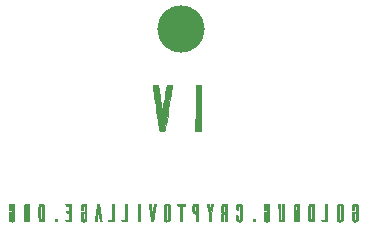
<source format=gbl>
G04 #@! TF.FileFunction,Copper,L2,Bot,Signal*
%FSLAX46Y46*%
G04 Gerber Fmt 4.6, Leading zero omitted, Abs format (unit mm)*
G04 Created by KiCad (PCBNEW 4.0.5) date Saturday, July 08, 2017 'AMt' 10:19:25 AM*
%MOMM*%
%LPD*%
G01*
G04 APERTURE LIST*
%ADD10C,0.100000*%
%ADD11C,0.010000*%
%ADD12C,4.000000*%
G04 APERTURE END LIST*
D10*
D11*
G36*
X131295625Y-50003351D02*
X131089250Y-50023250D01*
X131072458Y-51975875D01*
X131055665Y-53928500D01*
X131502000Y-53928500D01*
X131502000Y-49983454D01*
X131295625Y-50003351D01*
X131295625Y-50003351D01*
G37*
X131295625Y-50003351D02*
X131089250Y-50023250D01*
X131072458Y-51975875D01*
X131055665Y-53928500D01*
X131502000Y-53928500D01*
X131502000Y-49983454D01*
X131295625Y-50003351D01*
G36*
X127500611Y-50008600D02*
X127441571Y-50069865D01*
X127438000Y-50104118D01*
X127447235Y-50192536D01*
X127472948Y-50386485D01*
X127512157Y-50665996D01*
X127561878Y-51011101D01*
X127619127Y-51401831D01*
X127680919Y-51818219D01*
X127744273Y-52240294D01*
X127806203Y-52648088D01*
X127863726Y-53021634D01*
X127913858Y-53340961D01*
X127953616Y-53586103D01*
X127980015Y-53737089D01*
X127983356Y-53753875D01*
X128037722Y-53884590D01*
X128154012Y-53927178D01*
X128197271Y-53928500D01*
X128350930Y-53902068D01*
X128439708Y-53849125D01*
X128465862Y-53767616D01*
X128507210Y-53577368D01*
X128560689Y-53295322D01*
X128623233Y-52938419D01*
X128691777Y-52523600D01*
X128763255Y-52067805D01*
X128770010Y-52023500D01*
X128840836Y-51560576D01*
X128907060Y-51133089D01*
X128965862Y-50758820D01*
X129014422Y-50455553D01*
X129049922Y-50241070D01*
X129069540Y-50133153D01*
X129070242Y-50130066D01*
X129081578Y-50036046D01*
X129034458Y-49998847D01*
X128898108Y-49999982D01*
X128858841Y-50003066D01*
X128612750Y-50023250D01*
X128501733Y-50721750D01*
X128446864Y-51064186D01*
X128389858Y-51415372D01*
X128339149Y-51723541D01*
X128315509Y-51864750D01*
X128240304Y-52309250D01*
X128125657Y-51579000D01*
X128071362Y-51234745D01*
X128015948Y-50886044D01*
X127967092Y-50581082D01*
X127941018Y-50420125D01*
X127871026Y-49991500D01*
X127654513Y-49991500D01*
X127500611Y-50008600D01*
X127500611Y-50008600D01*
G37*
X127500611Y-50008600D02*
X127441571Y-50069865D01*
X127438000Y-50104118D01*
X127447235Y-50192536D01*
X127472948Y-50386485D01*
X127512157Y-50665996D01*
X127561878Y-51011101D01*
X127619127Y-51401831D01*
X127680919Y-51818219D01*
X127744273Y-52240294D01*
X127806203Y-52648088D01*
X127863726Y-53021634D01*
X127913858Y-53340961D01*
X127953616Y-53586103D01*
X127980015Y-53737089D01*
X127983356Y-53753875D01*
X128037722Y-53884590D01*
X128154012Y-53927178D01*
X128197271Y-53928500D01*
X128350930Y-53902068D01*
X128439708Y-53849125D01*
X128465862Y-53767616D01*
X128507210Y-53577368D01*
X128560689Y-53295322D01*
X128623233Y-52938419D01*
X128691777Y-52523600D01*
X128763255Y-52067805D01*
X128770010Y-52023500D01*
X128840836Y-51560576D01*
X128907060Y-51133089D01*
X128965862Y-50758820D01*
X129014422Y-50455553D01*
X129049922Y-50241070D01*
X129069540Y-50133153D01*
X129070242Y-50130066D01*
X129081578Y-50036046D01*
X129034458Y-49998847D01*
X128898108Y-49999982D01*
X128858841Y-50003066D01*
X128612750Y-50023250D01*
X128501733Y-50721750D01*
X128446864Y-51064186D01*
X128389858Y-51415372D01*
X128339149Y-51723541D01*
X128315509Y-51864750D01*
X128240304Y-52309250D01*
X128125657Y-51579000D01*
X128071362Y-51234745D01*
X128015948Y-50886044D01*
X127967092Y-50581082D01*
X127941018Y-50420125D01*
X127871026Y-49991500D01*
X127654513Y-49991500D01*
X127500611Y-50008600D01*
G36*
X115545037Y-60057878D02*
X115585917Y-60062925D01*
X115617773Y-60072821D01*
X115644475Y-60088782D01*
X115669890Y-60112024D01*
X115670668Y-60112841D01*
X115679779Y-60122365D01*
X115687689Y-60131216D01*
X115694483Y-60140597D01*
X115700245Y-60151710D01*
X115705060Y-60165760D01*
X115709014Y-60183950D01*
X115712190Y-60207482D01*
X115714675Y-60237561D01*
X115716552Y-60275390D01*
X115717906Y-60322172D01*
X115718822Y-60379110D01*
X115719385Y-60447408D01*
X115719680Y-60528268D01*
X115719792Y-60622896D01*
X115719805Y-60732492D01*
X115719800Y-60810000D01*
X115719806Y-60929640D01*
X115719768Y-61033551D01*
X115719600Y-61122938D01*
X115719218Y-61199005D01*
X115718536Y-61262958D01*
X115717471Y-61316001D01*
X115715937Y-61359337D01*
X115713849Y-61394173D01*
X115711123Y-61421712D01*
X115707673Y-61443160D01*
X115703415Y-61459720D01*
X115698264Y-61472597D01*
X115692135Y-61482997D01*
X115684943Y-61492123D01*
X115676604Y-61501180D01*
X115670668Y-61507451D01*
X115644786Y-61530792D01*
X115615962Y-61546931D01*
X115580618Y-61556951D01*
X115535177Y-61561933D01*
X115486967Y-61563016D01*
X115432131Y-61561633D01*
X115392247Y-61557554D01*
X115365519Y-61550589D01*
X115364200Y-61550035D01*
X115320276Y-61522454D01*
X115283903Y-61482674D01*
X115270291Y-61460154D01*
X115266116Y-61451096D01*
X115262726Y-61440617D01*
X115260040Y-61426961D01*
X115257977Y-61408371D01*
X115256456Y-61383089D01*
X115255395Y-61349359D01*
X115254714Y-61305423D01*
X115254331Y-61249526D01*
X115254165Y-61179909D01*
X115254134Y-61110519D01*
X115254134Y-60792297D01*
X115274915Y-60771515D01*
X115284080Y-60763140D01*
X115293999Y-60757382D01*
X115307846Y-60753751D01*
X115328796Y-60751758D01*
X115360023Y-60750916D01*
X115404702Y-60750734D01*
X115409851Y-60750733D01*
X115524005Y-60750733D01*
X115498424Y-60807151D01*
X115478762Y-60848790D01*
X115463076Y-60877200D01*
X115449474Y-60895036D01*
X115436061Y-60904953D01*
X115426171Y-60908507D01*
X115405552Y-60913682D01*
X115408160Y-61145296D01*
X115410767Y-61376910D01*
X115433819Y-61399948D01*
X115462928Y-61419194D01*
X115494205Y-61423570D01*
X115523681Y-61413086D01*
X115538864Y-61399654D01*
X115558934Y-61376322D01*
X115558934Y-60243677D01*
X115539884Y-60222030D01*
X115518310Y-60205046D01*
X115494394Y-60195315D01*
X115474238Y-60194397D01*
X115456013Y-60202365D01*
X115439360Y-60215781D01*
X115410767Y-60241314D01*
X115408066Y-60427495D01*
X115405366Y-60613675D01*
X115348800Y-60588553D01*
X115318290Y-60574773D01*
X115295159Y-60562442D01*
X115278386Y-60549053D01*
X115266948Y-60532101D01*
X115259825Y-60509080D01*
X115255996Y-60477483D01*
X115254439Y-60434804D01*
X115254134Y-60378537D01*
X115254134Y-60356224D01*
X115254471Y-60292285D01*
X115255881Y-60242629D01*
X115258957Y-60204612D01*
X115264294Y-60175590D01*
X115272487Y-60152921D01*
X115284130Y-60133959D01*
X115299819Y-60116062D01*
X115310508Y-60105599D01*
X115335917Y-60085014D01*
X115363792Y-60070810D01*
X115397815Y-60061988D01*
X115441668Y-60057546D01*
X115491266Y-60056467D01*
X115545037Y-60057878D01*
X115545037Y-60057878D01*
G37*
X115545037Y-60057878D02*
X115585917Y-60062925D01*
X115617773Y-60072821D01*
X115644475Y-60088782D01*
X115669890Y-60112024D01*
X115670668Y-60112841D01*
X115679779Y-60122365D01*
X115687689Y-60131216D01*
X115694483Y-60140597D01*
X115700245Y-60151710D01*
X115705060Y-60165760D01*
X115709014Y-60183950D01*
X115712190Y-60207482D01*
X115714675Y-60237561D01*
X115716552Y-60275390D01*
X115717906Y-60322172D01*
X115718822Y-60379110D01*
X115719385Y-60447408D01*
X115719680Y-60528268D01*
X115719792Y-60622896D01*
X115719805Y-60732492D01*
X115719800Y-60810000D01*
X115719806Y-60929640D01*
X115719768Y-61033551D01*
X115719600Y-61122938D01*
X115719218Y-61199005D01*
X115718536Y-61262958D01*
X115717471Y-61316001D01*
X115715937Y-61359337D01*
X115713849Y-61394173D01*
X115711123Y-61421712D01*
X115707673Y-61443160D01*
X115703415Y-61459720D01*
X115698264Y-61472597D01*
X115692135Y-61482997D01*
X115684943Y-61492123D01*
X115676604Y-61501180D01*
X115670668Y-61507451D01*
X115644786Y-61530792D01*
X115615962Y-61546931D01*
X115580618Y-61556951D01*
X115535177Y-61561933D01*
X115486967Y-61563016D01*
X115432131Y-61561633D01*
X115392247Y-61557554D01*
X115365519Y-61550589D01*
X115364200Y-61550035D01*
X115320276Y-61522454D01*
X115283903Y-61482674D01*
X115270291Y-61460154D01*
X115266116Y-61451096D01*
X115262726Y-61440617D01*
X115260040Y-61426961D01*
X115257977Y-61408371D01*
X115256456Y-61383089D01*
X115255395Y-61349359D01*
X115254714Y-61305423D01*
X115254331Y-61249526D01*
X115254165Y-61179909D01*
X115254134Y-61110519D01*
X115254134Y-60792297D01*
X115274915Y-60771515D01*
X115284080Y-60763140D01*
X115293999Y-60757382D01*
X115307846Y-60753751D01*
X115328796Y-60751758D01*
X115360023Y-60750916D01*
X115404702Y-60750734D01*
X115409851Y-60750733D01*
X115524005Y-60750733D01*
X115498424Y-60807151D01*
X115478762Y-60848790D01*
X115463076Y-60877200D01*
X115449474Y-60895036D01*
X115436061Y-60904953D01*
X115426171Y-60908507D01*
X115405552Y-60913682D01*
X115408160Y-61145296D01*
X115410767Y-61376910D01*
X115433819Y-61399948D01*
X115462928Y-61419194D01*
X115494205Y-61423570D01*
X115523681Y-61413086D01*
X115538864Y-61399654D01*
X115558934Y-61376322D01*
X115558934Y-60243677D01*
X115539884Y-60222030D01*
X115518310Y-60205046D01*
X115494394Y-60195315D01*
X115474238Y-60194397D01*
X115456013Y-60202365D01*
X115439360Y-60215781D01*
X115410767Y-60241314D01*
X115408066Y-60427495D01*
X115405366Y-60613675D01*
X115348800Y-60588553D01*
X115318290Y-60574773D01*
X115295159Y-60562442D01*
X115278386Y-60549053D01*
X115266948Y-60532101D01*
X115259825Y-60509080D01*
X115255996Y-60477483D01*
X115254439Y-60434804D01*
X115254134Y-60378537D01*
X115254134Y-60356224D01*
X115254471Y-60292285D01*
X115255881Y-60242629D01*
X115258957Y-60204612D01*
X115264294Y-60175590D01*
X115272487Y-60152921D01*
X115284130Y-60133959D01*
X115299819Y-60116062D01*
X115310508Y-60105599D01*
X115335917Y-60085014D01*
X115363792Y-60070810D01*
X115397815Y-60061988D01*
X115441668Y-60057546D01*
X115491266Y-60056467D01*
X115545037Y-60057878D01*
G36*
X118043909Y-60056321D02*
X118090071Y-60059374D01*
X118128773Y-60064885D01*
X118154039Y-60072257D01*
X118191536Y-60096445D01*
X118224188Y-60130497D01*
X118246939Y-60168754D01*
X118251375Y-60181209D01*
X118253355Y-60195067D01*
X118255017Y-60222215D01*
X118256364Y-60263108D01*
X118257403Y-60318199D01*
X118258138Y-60387939D01*
X118258573Y-60472782D01*
X118258713Y-60573182D01*
X118258563Y-60689590D01*
X118258128Y-60822460D01*
X118258107Y-60827556D01*
X118255567Y-61442013D01*
X118232211Y-61477301D01*
X118209746Y-61504600D01*
X118182058Y-61529843D01*
X118173604Y-61535944D01*
X118158489Y-61545383D01*
X118144231Y-61551943D01*
X118127293Y-61556223D01*
X118104139Y-61558823D01*
X118071232Y-61560343D01*
X118025036Y-61561381D01*
X118023393Y-61561411D01*
X117971733Y-61561853D01*
X117933827Y-61560830D01*
X117906538Y-61558104D01*
X117886731Y-61553434D01*
X117878800Y-61550361D01*
X117834244Y-61521949D01*
X117797676Y-61481474D01*
X117784891Y-61460154D01*
X117781827Y-61453608D01*
X117779176Y-61445926D01*
X117776909Y-61435906D01*
X117774995Y-61422346D01*
X117773405Y-61404044D01*
X117772109Y-61379797D01*
X117771077Y-61348403D01*
X117770278Y-61308661D01*
X117769685Y-61259368D01*
X117769265Y-61199322D01*
X117768990Y-61127320D01*
X117768830Y-61042162D01*
X117768754Y-60942644D01*
X117768734Y-60827564D01*
X117768734Y-60810000D01*
X117768734Y-60809258D01*
X117929600Y-60809258D01*
X117929632Y-60921835D01*
X117929748Y-61018696D01*
X117929975Y-61101056D01*
X117930343Y-61170131D01*
X117930879Y-61227139D01*
X117931612Y-61273296D01*
X117932570Y-61309818D01*
X117933781Y-61337921D01*
X117935275Y-61358821D01*
X117937079Y-61373736D01*
X117939221Y-61383881D01*
X117941730Y-61390473D01*
X117943206Y-61392924D01*
X117969253Y-61416584D01*
X118002548Y-61426700D01*
X118039236Y-61422514D01*
X118056770Y-61415279D01*
X118076986Y-61401296D01*
X118090216Y-61386202D01*
X118092200Y-61373829D01*
X118093933Y-61344708D01*
X118095415Y-61299027D01*
X118096640Y-61236968D01*
X118097607Y-61158718D01*
X118098313Y-61064462D01*
X118098755Y-60954383D01*
X118098930Y-60828668D01*
X118098934Y-60808207D01*
X118098949Y-60694356D01*
X118098928Y-60596229D01*
X118098772Y-60512615D01*
X118098379Y-60442307D01*
X118097649Y-60384093D01*
X118096483Y-60336765D01*
X118094780Y-60299113D01*
X118092440Y-60269928D01*
X118089363Y-60247999D01*
X118085449Y-60232118D01*
X118080597Y-60221075D01*
X118074708Y-60213660D01*
X118067680Y-60208664D01*
X118059415Y-60204877D01*
X118049811Y-60201090D01*
X118048612Y-60200598D01*
X118014055Y-60193903D01*
X117979763Y-60199982D01*
X117951811Y-60217496D01*
X117946900Y-60223023D01*
X117943482Y-60227706D01*
X117940546Y-60233247D01*
X117938056Y-60240891D01*
X117935976Y-60251883D01*
X117934268Y-60267469D01*
X117932896Y-60288892D01*
X117931823Y-60317399D01*
X117931012Y-60354234D01*
X117930427Y-60400641D01*
X117930031Y-60457867D01*
X117929787Y-60527155D01*
X117929658Y-60609752D01*
X117929608Y-60706901D01*
X117929600Y-60809258D01*
X117768734Y-60809258D01*
X117768749Y-60692627D01*
X117768815Y-60590986D01*
X117768961Y-60503873D01*
X117769218Y-60430088D01*
X117769616Y-60368427D01*
X117770183Y-60317689D01*
X117770950Y-60276672D01*
X117771948Y-60244173D01*
X117773205Y-60218990D01*
X117774752Y-60199921D01*
X117776618Y-60185765D01*
X117778834Y-60175318D01*
X117781429Y-60167379D01*
X117784433Y-60160746D01*
X117784891Y-60159846D01*
X117816575Y-60114940D01*
X117858491Y-60080852D01*
X117880645Y-60069616D01*
X117908654Y-60062373D01*
X117948401Y-60057773D01*
X117995086Y-60055772D01*
X118043909Y-60056321D01*
X118043909Y-60056321D01*
G37*
X118043909Y-60056321D02*
X118090071Y-60059374D01*
X118128773Y-60064885D01*
X118154039Y-60072257D01*
X118191536Y-60096445D01*
X118224188Y-60130497D01*
X118246939Y-60168754D01*
X118251375Y-60181209D01*
X118253355Y-60195067D01*
X118255017Y-60222215D01*
X118256364Y-60263108D01*
X118257403Y-60318199D01*
X118258138Y-60387939D01*
X118258573Y-60472782D01*
X118258713Y-60573182D01*
X118258563Y-60689590D01*
X118258128Y-60822460D01*
X118258107Y-60827556D01*
X118255567Y-61442013D01*
X118232211Y-61477301D01*
X118209746Y-61504600D01*
X118182058Y-61529843D01*
X118173604Y-61535944D01*
X118158489Y-61545383D01*
X118144231Y-61551943D01*
X118127293Y-61556223D01*
X118104139Y-61558823D01*
X118071232Y-61560343D01*
X118025036Y-61561381D01*
X118023393Y-61561411D01*
X117971733Y-61561853D01*
X117933827Y-61560830D01*
X117906538Y-61558104D01*
X117886731Y-61553434D01*
X117878800Y-61550361D01*
X117834244Y-61521949D01*
X117797676Y-61481474D01*
X117784891Y-61460154D01*
X117781827Y-61453608D01*
X117779176Y-61445926D01*
X117776909Y-61435906D01*
X117774995Y-61422346D01*
X117773405Y-61404044D01*
X117772109Y-61379797D01*
X117771077Y-61348403D01*
X117770278Y-61308661D01*
X117769685Y-61259368D01*
X117769265Y-61199322D01*
X117768990Y-61127320D01*
X117768830Y-61042162D01*
X117768754Y-60942644D01*
X117768734Y-60827564D01*
X117768734Y-60810000D01*
X117768734Y-60809258D01*
X117929600Y-60809258D01*
X117929632Y-60921835D01*
X117929748Y-61018696D01*
X117929975Y-61101056D01*
X117930343Y-61170131D01*
X117930879Y-61227139D01*
X117931612Y-61273296D01*
X117932570Y-61309818D01*
X117933781Y-61337921D01*
X117935275Y-61358821D01*
X117937079Y-61373736D01*
X117939221Y-61383881D01*
X117941730Y-61390473D01*
X117943206Y-61392924D01*
X117969253Y-61416584D01*
X118002548Y-61426700D01*
X118039236Y-61422514D01*
X118056770Y-61415279D01*
X118076986Y-61401296D01*
X118090216Y-61386202D01*
X118092200Y-61373829D01*
X118093933Y-61344708D01*
X118095415Y-61299027D01*
X118096640Y-61236968D01*
X118097607Y-61158718D01*
X118098313Y-61064462D01*
X118098755Y-60954383D01*
X118098930Y-60828668D01*
X118098934Y-60808207D01*
X118098949Y-60694356D01*
X118098928Y-60596229D01*
X118098772Y-60512615D01*
X118098379Y-60442307D01*
X118097649Y-60384093D01*
X118096483Y-60336765D01*
X118094780Y-60299113D01*
X118092440Y-60269928D01*
X118089363Y-60247999D01*
X118085449Y-60232118D01*
X118080597Y-60221075D01*
X118074708Y-60213660D01*
X118067680Y-60208664D01*
X118059415Y-60204877D01*
X118049811Y-60201090D01*
X118048612Y-60200598D01*
X118014055Y-60193903D01*
X117979763Y-60199982D01*
X117951811Y-60217496D01*
X117946900Y-60223023D01*
X117943482Y-60227706D01*
X117940546Y-60233247D01*
X117938056Y-60240891D01*
X117935976Y-60251883D01*
X117934268Y-60267469D01*
X117932896Y-60288892D01*
X117931823Y-60317399D01*
X117931012Y-60354234D01*
X117930427Y-60400641D01*
X117930031Y-60457867D01*
X117929787Y-60527155D01*
X117929658Y-60609752D01*
X117929608Y-60706901D01*
X117929600Y-60809258D01*
X117768734Y-60809258D01*
X117768749Y-60692627D01*
X117768815Y-60590986D01*
X117768961Y-60503873D01*
X117769218Y-60430088D01*
X117769616Y-60368427D01*
X117770183Y-60317689D01*
X117770950Y-60276672D01*
X117771948Y-60244173D01*
X117773205Y-60218990D01*
X117774752Y-60199921D01*
X117776618Y-60185765D01*
X117778834Y-60175318D01*
X117781429Y-60167379D01*
X117784433Y-60160746D01*
X117784891Y-60159846D01*
X117816575Y-60114940D01*
X117858491Y-60080852D01*
X117880645Y-60069616D01*
X117908654Y-60062373D01*
X117948401Y-60057773D01*
X117995086Y-60055772D01*
X118043909Y-60056321D01*
G36*
X121749350Y-60087299D02*
X121779605Y-60115455D01*
X121804605Y-60149790D01*
X121807333Y-60154797D01*
X121828500Y-60195697D01*
X121830839Y-60792018D01*
X121831308Y-60912901D01*
X121831641Y-61018055D01*
X121831748Y-61108687D01*
X121831536Y-61186003D01*
X121830913Y-61251207D01*
X121829790Y-61305506D01*
X121828073Y-61350104D01*
X121825672Y-61386208D01*
X121822495Y-61415022D01*
X121818450Y-61437754D01*
X121813446Y-61455607D01*
X121807393Y-61469787D01*
X121800197Y-61481500D01*
X121791768Y-61491952D01*
X121782014Y-61502348D01*
X121776509Y-61508007D01*
X121752525Y-61529352D01*
X121727447Y-61546681D01*
X121717313Y-61551847D01*
X121695831Y-61556910D01*
X121662250Y-61560495D01*
X121621315Y-61562556D01*
X121577767Y-61563048D01*
X121536350Y-61561927D01*
X121501808Y-61559148D01*
X121478882Y-61554666D01*
X121477387Y-61554113D01*
X121433389Y-61527947D01*
X121396983Y-61489140D01*
X121378444Y-61457189D01*
X121358000Y-61412534D01*
X121360417Y-61097812D01*
X121362834Y-60783089D01*
X121382821Y-60766911D01*
X121393001Y-60760235D01*
X121406229Y-60755666D01*
X121425666Y-60752821D01*
X121454471Y-60751317D01*
X121495802Y-60750770D01*
X121516171Y-60750733D01*
X121557769Y-60750963D01*
X121592505Y-60751594D01*
X121617284Y-60752536D01*
X121629006Y-60753699D01*
X121629534Y-60754016D01*
X121626254Y-60762728D01*
X121617581Y-60782770D01*
X121605265Y-60810121D01*
X121602846Y-60815399D01*
X121579264Y-60861586D01*
X121557792Y-60893207D01*
X121539021Y-60909472D01*
X121530691Y-60911600D01*
X121526925Y-60919628D01*
X121523841Y-60941983D01*
X121521432Y-60976073D01*
X121519691Y-61019307D01*
X121518613Y-61069092D01*
X121518191Y-61122837D01*
X121518420Y-61177949D01*
X121519293Y-61231837D01*
X121520804Y-61281907D01*
X121522947Y-61325570D01*
X121525715Y-61360232D01*
X121529103Y-61383301D01*
X121531830Y-61391149D01*
X121556721Y-61413814D01*
X121587989Y-61424037D01*
X121619970Y-61420032D01*
X121621466Y-61419434D01*
X121631228Y-61415415D01*
X121639641Y-61411222D01*
X121646805Y-61405644D01*
X121652821Y-61397470D01*
X121657790Y-61385488D01*
X121661810Y-61368488D01*
X121664983Y-61345258D01*
X121667408Y-61314587D01*
X121669186Y-61275263D01*
X121670416Y-61226076D01*
X121671200Y-61165814D01*
X121671637Y-61093265D01*
X121671827Y-61007219D01*
X121671870Y-60906464D01*
X121671867Y-60810000D01*
X121671869Y-60696010D01*
X121671808Y-60597742D01*
X121671585Y-60513985D01*
X121671098Y-60443528D01*
X121670248Y-60385159D01*
X121668935Y-60337666D01*
X121667058Y-60299840D01*
X121664518Y-60270468D01*
X121661213Y-60248339D01*
X121657045Y-60232242D01*
X121651912Y-60220966D01*
X121645715Y-60213299D01*
X121638353Y-60208030D01*
X121629727Y-60203948D01*
X121621466Y-60200565D01*
X121597490Y-60194179D01*
X121574786Y-60198602D01*
X121570548Y-60200284D01*
X121556048Y-60206757D01*
X121544873Y-60214098D01*
X121536532Y-60224478D01*
X121530532Y-60240068D01*
X121526380Y-60263038D01*
X121523585Y-60295558D01*
X121521654Y-60339800D01*
X121520096Y-60397934D01*
X121519467Y-60425540D01*
X121515234Y-60614259D01*
X121447412Y-60582366D01*
X121408652Y-60562520D01*
X121383758Y-60545582D01*
X121370300Y-60529849D01*
X121369096Y-60527438D01*
X121364481Y-60508174D01*
X121361211Y-60473338D01*
X121359259Y-60422496D01*
X121358600Y-60355211D01*
X121358600Y-60353920D01*
X121358689Y-60299836D01*
X121359196Y-60259631D01*
X121360484Y-60230250D01*
X121362915Y-60208640D01*
X121366851Y-60191745D01*
X121372654Y-60176512D01*
X121380686Y-60159885D01*
X121381884Y-60157520D01*
X121413005Y-60111735D01*
X121441880Y-60086152D01*
X121456974Y-60076030D01*
X121470317Y-60069025D01*
X121485374Y-60064565D01*
X121505613Y-60062075D01*
X121534498Y-60060980D01*
X121575495Y-60060707D01*
X121595563Y-60060700D01*
X121712534Y-60060700D01*
X121749350Y-60087299D01*
X121749350Y-60087299D01*
G37*
X121749350Y-60087299D02*
X121779605Y-60115455D01*
X121804605Y-60149790D01*
X121807333Y-60154797D01*
X121828500Y-60195697D01*
X121830839Y-60792018D01*
X121831308Y-60912901D01*
X121831641Y-61018055D01*
X121831748Y-61108687D01*
X121831536Y-61186003D01*
X121830913Y-61251207D01*
X121829790Y-61305506D01*
X121828073Y-61350104D01*
X121825672Y-61386208D01*
X121822495Y-61415022D01*
X121818450Y-61437754D01*
X121813446Y-61455607D01*
X121807393Y-61469787D01*
X121800197Y-61481500D01*
X121791768Y-61491952D01*
X121782014Y-61502348D01*
X121776509Y-61508007D01*
X121752525Y-61529352D01*
X121727447Y-61546681D01*
X121717313Y-61551847D01*
X121695831Y-61556910D01*
X121662250Y-61560495D01*
X121621315Y-61562556D01*
X121577767Y-61563048D01*
X121536350Y-61561927D01*
X121501808Y-61559148D01*
X121478882Y-61554666D01*
X121477387Y-61554113D01*
X121433389Y-61527947D01*
X121396983Y-61489140D01*
X121378444Y-61457189D01*
X121358000Y-61412534D01*
X121360417Y-61097812D01*
X121362834Y-60783089D01*
X121382821Y-60766911D01*
X121393001Y-60760235D01*
X121406229Y-60755666D01*
X121425666Y-60752821D01*
X121454471Y-60751317D01*
X121495802Y-60750770D01*
X121516171Y-60750733D01*
X121557769Y-60750963D01*
X121592505Y-60751594D01*
X121617284Y-60752536D01*
X121629006Y-60753699D01*
X121629534Y-60754016D01*
X121626254Y-60762728D01*
X121617581Y-60782770D01*
X121605265Y-60810121D01*
X121602846Y-60815399D01*
X121579264Y-60861586D01*
X121557792Y-60893207D01*
X121539021Y-60909472D01*
X121530691Y-60911600D01*
X121526925Y-60919628D01*
X121523841Y-60941983D01*
X121521432Y-60976073D01*
X121519691Y-61019307D01*
X121518613Y-61069092D01*
X121518191Y-61122837D01*
X121518420Y-61177949D01*
X121519293Y-61231837D01*
X121520804Y-61281907D01*
X121522947Y-61325570D01*
X121525715Y-61360232D01*
X121529103Y-61383301D01*
X121531830Y-61391149D01*
X121556721Y-61413814D01*
X121587989Y-61424037D01*
X121619970Y-61420032D01*
X121621466Y-61419434D01*
X121631228Y-61415415D01*
X121639641Y-61411222D01*
X121646805Y-61405644D01*
X121652821Y-61397470D01*
X121657790Y-61385488D01*
X121661810Y-61368488D01*
X121664983Y-61345258D01*
X121667408Y-61314587D01*
X121669186Y-61275263D01*
X121670416Y-61226076D01*
X121671200Y-61165814D01*
X121671637Y-61093265D01*
X121671827Y-61007219D01*
X121671870Y-60906464D01*
X121671867Y-60810000D01*
X121671869Y-60696010D01*
X121671808Y-60597742D01*
X121671585Y-60513985D01*
X121671098Y-60443528D01*
X121670248Y-60385159D01*
X121668935Y-60337666D01*
X121667058Y-60299840D01*
X121664518Y-60270468D01*
X121661213Y-60248339D01*
X121657045Y-60232242D01*
X121651912Y-60220966D01*
X121645715Y-60213299D01*
X121638353Y-60208030D01*
X121629727Y-60203948D01*
X121621466Y-60200565D01*
X121597490Y-60194179D01*
X121574786Y-60198602D01*
X121570548Y-60200284D01*
X121556048Y-60206757D01*
X121544873Y-60214098D01*
X121536532Y-60224478D01*
X121530532Y-60240068D01*
X121526380Y-60263038D01*
X121523585Y-60295558D01*
X121521654Y-60339800D01*
X121520096Y-60397934D01*
X121519467Y-60425540D01*
X121515234Y-60614259D01*
X121447412Y-60582366D01*
X121408652Y-60562520D01*
X121383758Y-60545582D01*
X121370300Y-60529849D01*
X121369096Y-60527438D01*
X121364481Y-60508174D01*
X121361211Y-60473338D01*
X121359259Y-60422496D01*
X121358600Y-60355211D01*
X121358600Y-60353920D01*
X121358689Y-60299836D01*
X121359196Y-60259631D01*
X121360484Y-60230250D01*
X121362915Y-60208640D01*
X121366851Y-60191745D01*
X121372654Y-60176512D01*
X121380686Y-60159885D01*
X121381884Y-60157520D01*
X121413005Y-60111735D01*
X121441880Y-60086152D01*
X121456974Y-60076030D01*
X121470317Y-60069025D01*
X121485374Y-60064565D01*
X121505613Y-60062075D01*
X121534498Y-60060980D01*
X121575495Y-60060707D01*
X121595563Y-60060700D01*
X121712534Y-60060700D01*
X121749350Y-60087299D01*
G36*
X128649696Y-60057795D02*
X128657061Y-60057959D01*
X128703905Y-60059194D01*
X128737309Y-60060762D01*
X128760767Y-60063302D01*
X128777769Y-60067457D01*
X128791808Y-60073867D01*
X128806376Y-60083172D01*
X128810691Y-60086152D01*
X128848162Y-60122001D01*
X128870650Y-60157520D01*
X128893933Y-60203436D01*
X128893933Y-61417666D01*
X128870283Y-61462938D01*
X128842498Y-61503855D01*
X128810324Y-61533755D01*
X128795444Y-61543832D01*
X128782034Y-61550898D01*
X128766686Y-61555564D01*
X128745995Y-61558435D01*
X128716554Y-61560122D01*
X128674957Y-61561230D01*
X128654058Y-61561650D01*
X128606394Y-61562441D01*
X128572183Y-61562349D01*
X128547951Y-61560943D01*
X128530224Y-61557789D01*
X128515527Y-61552455D01*
X128500386Y-61544511D01*
X128496000Y-61541995D01*
X128454808Y-61512708D01*
X128426620Y-61478236D01*
X128407510Y-61433754D01*
X128407240Y-61432880D01*
X128404680Y-61422565D01*
X128402474Y-61408667D01*
X128400598Y-61389969D01*
X128399026Y-61365251D01*
X128397734Y-61333296D01*
X128396696Y-61292885D01*
X128395887Y-61242798D01*
X128395282Y-61181819D01*
X128394856Y-61108727D01*
X128394584Y-61022305D01*
X128394440Y-60921334D01*
X128394400Y-60810000D01*
X128394413Y-60690812D01*
X128394515Y-60587339D01*
X128394795Y-60498363D01*
X128395348Y-60422666D01*
X128396264Y-60359028D01*
X128397635Y-60306233D01*
X128399553Y-60263061D01*
X128401150Y-60241344D01*
X128559500Y-60241344D01*
X128559500Y-60808416D01*
X128559512Y-60920242D01*
X128559570Y-61016369D01*
X128559711Y-61098032D01*
X128559970Y-61166466D01*
X128560382Y-61222906D01*
X128560985Y-61268585D01*
X128561812Y-61304740D01*
X128562901Y-61332604D01*
X128564286Y-61353413D01*
X128566003Y-61368400D01*
X128568088Y-61378801D01*
X128570577Y-61385851D01*
X128573505Y-61390784D01*
X128576433Y-61394310D01*
X128608277Y-61418690D01*
X128644318Y-61427255D01*
X128682034Y-61419521D01*
X128689506Y-61416001D01*
X128710065Y-61399803D01*
X128722952Y-61381736D01*
X128725139Y-61372202D01*
X128727023Y-61353300D01*
X128728620Y-61324153D01*
X128729945Y-61283883D01*
X128731013Y-61231610D01*
X128731841Y-61166458D01*
X128732443Y-61087546D01*
X128732836Y-60993997D01*
X128733034Y-60884933D01*
X128733067Y-60810000D01*
X128732980Y-60690987D01*
X128732708Y-60588028D01*
X128732236Y-60500245D01*
X128731548Y-60426759D01*
X128730629Y-60366692D01*
X128729463Y-60319166D01*
X128728035Y-60283302D01*
X128726329Y-60258222D01*
X128724330Y-60243047D01*
X128722952Y-60238263D01*
X128702494Y-60211598D01*
X128673349Y-60196429D01*
X128639869Y-60193448D01*
X128606405Y-60203349D01*
X128587150Y-60216639D01*
X128559500Y-60241344D01*
X128401150Y-60241344D01*
X128402110Y-60228295D01*
X128405397Y-60200716D01*
X128409508Y-60179105D01*
X128414532Y-60162245D01*
X128420563Y-60148918D01*
X128427693Y-60137904D01*
X128436012Y-60127986D01*
X128445613Y-60117946D01*
X128446654Y-60116881D01*
X128471269Y-60093678D01*
X128494935Y-60077117D01*
X128521131Y-60066222D01*
X128553338Y-60060020D01*
X128595033Y-60057536D01*
X128649696Y-60057795D01*
X128649696Y-60057795D01*
G37*
X128649696Y-60057795D02*
X128657061Y-60057959D01*
X128703905Y-60059194D01*
X128737309Y-60060762D01*
X128760767Y-60063302D01*
X128777769Y-60067457D01*
X128791808Y-60073867D01*
X128806376Y-60083172D01*
X128810691Y-60086152D01*
X128848162Y-60122001D01*
X128870650Y-60157520D01*
X128893933Y-60203436D01*
X128893933Y-61417666D01*
X128870283Y-61462938D01*
X128842498Y-61503855D01*
X128810324Y-61533755D01*
X128795444Y-61543832D01*
X128782034Y-61550898D01*
X128766686Y-61555564D01*
X128745995Y-61558435D01*
X128716554Y-61560122D01*
X128674957Y-61561230D01*
X128654058Y-61561650D01*
X128606394Y-61562441D01*
X128572183Y-61562349D01*
X128547951Y-61560943D01*
X128530224Y-61557789D01*
X128515527Y-61552455D01*
X128500386Y-61544511D01*
X128496000Y-61541995D01*
X128454808Y-61512708D01*
X128426620Y-61478236D01*
X128407510Y-61433754D01*
X128407240Y-61432880D01*
X128404680Y-61422565D01*
X128402474Y-61408667D01*
X128400598Y-61389969D01*
X128399026Y-61365251D01*
X128397734Y-61333296D01*
X128396696Y-61292885D01*
X128395887Y-61242798D01*
X128395282Y-61181819D01*
X128394856Y-61108727D01*
X128394584Y-61022305D01*
X128394440Y-60921334D01*
X128394400Y-60810000D01*
X128394413Y-60690812D01*
X128394515Y-60587339D01*
X128394795Y-60498363D01*
X128395348Y-60422666D01*
X128396264Y-60359028D01*
X128397635Y-60306233D01*
X128399553Y-60263061D01*
X128401150Y-60241344D01*
X128559500Y-60241344D01*
X128559500Y-60808416D01*
X128559512Y-60920242D01*
X128559570Y-61016369D01*
X128559711Y-61098032D01*
X128559970Y-61166466D01*
X128560382Y-61222906D01*
X128560985Y-61268585D01*
X128561812Y-61304740D01*
X128562901Y-61332604D01*
X128564286Y-61353413D01*
X128566003Y-61368400D01*
X128568088Y-61378801D01*
X128570577Y-61385851D01*
X128573505Y-61390784D01*
X128576433Y-61394310D01*
X128608277Y-61418690D01*
X128644318Y-61427255D01*
X128682034Y-61419521D01*
X128689506Y-61416001D01*
X128710065Y-61399803D01*
X128722952Y-61381736D01*
X128725139Y-61372202D01*
X128727023Y-61353300D01*
X128728620Y-61324153D01*
X128729945Y-61283883D01*
X128731013Y-61231610D01*
X128731841Y-61166458D01*
X128732443Y-61087546D01*
X128732836Y-60993997D01*
X128733034Y-60884933D01*
X128733067Y-60810000D01*
X128732980Y-60690987D01*
X128732708Y-60588028D01*
X128732236Y-60500245D01*
X128731548Y-60426759D01*
X128730629Y-60366692D01*
X128729463Y-60319166D01*
X128728035Y-60283302D01*
X128726329Y-60258222D01*
X128724330Y-60243047D01*
X128722952Y-60238263D01*
X128702494Y-60211598D01*
X128673349Y-60196429D01*
X128639869Y-60193448D01*
X128606405Y-60203349D01*
X128587150Y-60216639D01*
X128559500Y-60241344D01*
X128401150Y-60241344D01*
X128402110Y-60228295D01*
X128405397Y-60200716D01*
X128409508Y-60179105D01*
X128414532Y-60162245D01*
X128420563Y-60148918D01*
X128427693Y-60137904D01*
X128436012Y-60127986D01*
X128445613Y-60117946D01*
X128446654Y-60116881D01*
X128471269Y-60093678D01*
X128494935Y-60077117D01*
X128521131Y-60066222D01*
X128553338Y-60060020D01*
X128595033Y-60057536D01*
X128649696Y-60057795D01*
G36*
X134799995Y-60057374D02*
X134838375Y-60060841D01*
X134867828Y-60067986D01*
X134892326Y-60079928D01*
X134915843Y-60097785D01*
X134925092Y-60106116D01*
X134945445Y-60129271D01*
X134963521Y-60156499D01*
X134965309Y-60159846D01*
X134968373Y-60166392D01*
X134971024Y-60174073D01*
X134973292Y-60184093D01*
X134975205Y-60197653D01*
X134976795Y-60215956D01*
X134978092Y-60240203D01*
X134979124Y-60271596D01*
X134979922Y-60311339D01*
X134980516Y-60360632D01*
X134980935Y-60420678D01*
X134981210Y-60492679D01*
X134981370Y-60577838D01*
X134981446Y-60677356D01*
X134981467Y-60792436D01*
X134981467Y-60810000D01*
X134981451Y-60927372D01*
X134981385Y-61029014D01*
X134981239Y-61116126D01*
X134980982Y-61189912D01*
X134980585Y-61251572D01*
X134980017Y-61302310D01*
X134979250Y-61343328D01*
X134978253Y-61375827D01*
X134976995Y-61401010D01*
X134975449Y-61420078D01*
X134973582Y-61434235D01*
X134971367Y-61444681D01*
X134968772Y-61452620D01*
X134965768Y-61459254D01*
X134965309Y-61460154D01*
X134933888Y-61504325D01*
X134891185Y-61540026D01*
X134873937Y-61549867D01*
X134848221Y-61557576D01*
X134810695Y-61562386D01*
X134766228Y-61564342D01*
X134719684Y-61563491D01*
X134675932Y-61559877D01*
X134639837Y-61553549D01*
X134621634Y-61547482D01*
X134593927Y-61531286D01*
X134568806Y-61511343D01*
X134564933Y-61507451D01*
X134550415Y-61490938D01*
X134539064Y-61474492D01*
X134530494Y-61455824D01*
X134524318Y-61432650D01*
X134520150Y-61402682D01*
X134517604Y-61363634D01*
X134516294Y-61313220D01*
X134515833Y-61249153D01*
X134515800Y-61216558D01*
X134515800Y-61012973D01*
X134543317Y-61024606D01*
X134595062Y-61047678D01*
X134631003Y-61066506D01*
X134651655Y-61081377D01*
X134656648Y-61087901D01*
X134659195Y-61100893D01*
X134661888Y-61127601D01*
X134664487Y-61164811D01*
X134666754Y-61209310D01*
X134667900Y-61239513D01*
X134669672Y-61290660D01*
X134671411Y-61327723D01*
X134673605Y-61353541D01*
X134676743Y-61370954D01*
X134681313Y-61382804D01*
X134687804Y-61391929D01*
X134695486Y-61399956D01*
X134725279Y-61419412D01*
X134757541Y-61422989D01*
X134788863Y-61410687D01*
X134801781Y-61399934D01*
X134824834Y-61376882D01*
X134824834Y-60243118D01*
X134801781Y-60220066D01*
X134771999Y-60200597D01*
X134739740Y-60197007D01*
X134708411Y-60209296D01*
X134695486Y-60220045D01*
X134672434Y-60243077D01*
X134668200Y-60424282D01*
X134663967Y-60605487D01*
X134603841Y-60577621D01*
X134574890Y-60563905D01*
X134553103Y-60551514D01*
X134537461Y-60537871D01*
X134526947Y-60520399D01*
X134520542Y-60496523D01*
X134517228Y-60463665D01*
X134515987Y-60419250D01*
X134515800Y-60360701D01*
X134515800Y-60354877D01*
X134516222Y-60291401D01*
X134517854Y-60242142D01*
X134521245Y-60204397D01*
X134526943Y-60175463D01*
X134535497Y-60152638D01*
X134547456Y-60133217D01*
X134563368Y-60114499D01*
X134564933Y-60112841D01*
X134589621Y-60089893D01*
X134615263Y-60073939D01*
X134645613Y-60063826D01*
X134684426Y-60058404D01*
X134735455Y-60056520D01*
X134748717Y-60056467D01*
X134799995Y-60057374D01*
X134799995Y-60057374D01*
G37*
X134799995Y-60057374D02*
X134838375Y-60060841D01*
X134867828Y-60067986D01*
X134892326Y-60079928D01*
X134915843Y-60097785D01*
X134925092Y-60106116D01*
X134945445Y-60129271D01*
X134963521Y-60156499D01*
X134965309Y-60159846D01*
X134968373Y-60166392D01*
X134971024Y-60174073D01*
X134973292Y-60184093D01*
X134975205Y-60197653D01*
X134976795Y-60215956D01*
X134978092Y-60240203D01*
X134979124Y-60271596D01*
X134979922Y-60311339D01*
X134980516Y-60360632D01*
X134980935Y-60420678D01*
X134981210Y-60492679D01*
X134981370Y-60577838D01*
X134981446Y-60677356D01*
X134981467Y-60792436D01*
X134981467Y-60810000D01*
X134981451Y-60927372D01*
X134981385Y-61029014D01*
X134981239Y-61116126D01*
X134980982Y-61189912D01*
X134980585Y-61251572D01*
X134980017Y-61302310D01*
X134979250Y-61343328D01*
X134978253Y-61375827D01*
X134976995Y-61401010D01*
X134975449Y-61420078D01*
X134973582Y-61434235D01*
X134971367Y-61444681D01*
X134968772Y-61452620D01*
X134965768Y-61459254D01*
X134965309Y-61460154D01*
X134933888Y-61504325D01*
X134891185Y-61540026D01*
X134873937Y-61549867D01*
X134848221Y-61557576D01*
X134810695Y-61562386D01*
X134766228Y-61564342D01*
X134719684Y-61563491D01*
X134675932Y-61559877D01*
X134639837Y-61553549D01*
X134621634Y-61547482D01*
X134593927Y-61531286D01*
X134568806Y-61511343D01*
X134564933Y-61507451D01*
X134550415Y-61490938D01*
X134539064Y-61474492D01*
X134530494Y-61455824D01*
X134524318Y-61432650D01*
X134520150Y-61402682D01*
X134517604Y-61363634D01*
X134516294Y-61313220D01*
X134515833Y-61249153D01*
X134515800Y-61216558D01*
X134515800Y-61012973D01*
X134543317Y-61024606D01*
X134595062Y-61047678D01*
X134631003Y-61066506D01*
X134651655Y-61081377D01*
X134656648Y-61087901D01*
X134659195Y-61100893D01*
X134661888Y-61127601D01*
X134664487Y-61164811D01*
X134666754Y-61209310D01*
X134667900Y-61239513D01*
X134669672Y-61290660D01*
X134671411Y-61327723D01*
X134673605Y-61353541D01*
X134676743Y-61370954D01*
X134681313Y-61382804D01*
X134687804Y-61391929D01*
X134695486Y-61399956D01*
X134725279Y-61419412D01*
X134757541Y-61422989D01*
X134788863Y-61410687D01*
X134801781Y-61399934D01*
X134824834Y-61376882D01*
X134824834Y-60243118D01*
X134801781Y-60220066D01*
X134771999Y-60200597D01*
X134739740Y-60197007D01*
X134708411Y-60209296D01*
X134695486Y-60220045D01*
X134672434Y-60243077D01*
X134668200Y-60424282D01*
X134663967Y-60605487D01*
X134603841Y-60577621D01*
X134574890Y-60563905D01*
X134553103Y-60551514D01*
X134537461Y-60537871D01*
X134526947Y-60520399D01*
X134520542Y-60496523D01*
X134517228Y-60463665D01*
X134515987Y-60419250D01*
X134515800Y-60360701D01*
X134515800Y-60354877D01*
X134516222Y-60291401D01*
X134517854Y-60242142D01*
X134521245Y-60204397D01*
X134526943Y-60175463D01*
X134535497Y-60152638D01*
X134547456Y-60133217D01*
X134563368Y-60114499D01*
X134564933Y-60112841D01*
X134589621Y-60089893D01*
X134615263Y-60073939D01*
X134645613Y-60063826D01*
X134684426Y-60058404D01*
X134735455Y-60056520D01*
X134748717Y-60056467D01*
X134799995Y-60057374D01*
G36*
X137125042Y-60057615D02*
X137165164Y-60061885D01*
X137196298Y-60070508D01*
X137222361Y-60084717D01*
X137247273Y-60105748D01*
X137255832Y-60114315D01*
X137265882Y-60124791D01*
X137274599Y-60134901D01*
X137282080Y-60145865D01*
X137288417Y-60158905D01*
X137293707Y-60175240D01*
X137298044Y-60196092D01*
X137301522Y-60222682D01*
X137304236Y-60256230D01*
X137306280Y-60297957D01*
X137307751Y-60349084D01*
X137308741Y-60410832D01*
X137309347Y-60484421D01*
X137309662Y-60571072D01*
X137309782Y-60672007D01*
X137309800Y-60788445D01*
X137309800Y-60810000D01*
X137309789Y-60929212D01*
X137309694Y-61032711D01*
X137309419Y-61121719D01*
X137308870Y-61197455D01*
X137307952Y-61261141D01*
X137306570Y-61313998D01*
X137304630Y-61357247D01*
X137302037Y-61392107D01*
X137298697Y-61419800D01*
X137294514Y-61441547D01*
X137289394Y-61458569D01*
X137283242Y-61472085D01*
X137275964Y-61483318D01*
X137267464Y-61493487D01*
X137257649Y-61503814D01*
X137255832Y-61505685D01*
X137230532Y-61529151D01*
X137205380Y-61545432D01*
X137176474Y-61555751D01*
X137139911Y-61561334D01*
X137091788Y-61563405D01*
X137071454Y-61563526D01*
X137026543Y-61563023D01*
X136994295Y-61561137D01*
X136970462Y-61557291D01*
X136950792Y-61550912D01*
X136939193Y-61545614D01*
X136897430Y-61516772D01*
X136864376Y-61477782D01*
X136845331Y-61437191D01*
X136842250Y-61417687D01*
X136839762Y-61381668D01*
X136837864Y-61329047D01*
X136836553Y-61259738D01*
X136835828Y-61173657D01*
X136835667Y-61098616D01*
X136835667Y-60792297D01*
X136856449Y-60771515D01*
X136865591Y-60763157D01*
X136875483Y-60757404D01*
X136889289Y-60753771D01*
X136910173Y-60751771D01*
X136941299Y-60750921D01*
X136985833Y-60750734D01*
X136991915Y-60750733D01*
X137033739Y-60751173D01*
X137068691Y-60752380D01*
X137093700Y-60754183D01*
X137105699Y-60756412D01*
X137106310Y-60757083D01*
X137101512Y-60772448D01*
X137089677Y-60796876D01*
X137073351Y-60826156D01*
X137055077Y-60856076D01*
X137037400Y-60882424D01*
X137022865Y-60900988D01*
X137015584Y-60907258D01*
X136996534Y-60915615D01*
X136996534Y-61142764D01*
X136996864Y-61214746D01*
X136997823Y-61276072D01*
X136999360Y-61325334D01*
X137001424Y-61361122D01*
X137003965Y-61382025D01*
X137005251Y-61386202D01*
X137020928Y-61403150D01*
X137045211Y-61418415D01*
X137070042Y-61427318D01*
X137077393Y-61428067D01*
X137091341Y-61422409D01*
X137110677Y-61408079D01*
X137120147Y-61399280D01*
X137148934Y-61370493D01*
X137148934Y-60249506D01*
X137119124Y-60219697D01*
X137099148Y-60201649D01*
X137083505Y-60194173D01*
X137065959Y-60194612D01*
X137062003Y-60195349D01*
X137036989Y-60204563D01*
X137017730Y-60217755D01*
X137012186Y-60224369D01*
X137007903Y-60233226D01*
X137004651Y-60246576D01*
X137002198Y-60266668D01*
X137000313Y-60295755D01*
X136998767Y-60336086D01*
X136997327Y-60389911D01*
X136996534Y-60424478D01*
X136992300Y-60614259D01*
X136924479Y-60582366D01*
X136885719Y-60562520D01*
X136860824Y-60545582D01*
X136847367Y-60529849D01*
X136846162Y-60527438D01*
X136842167Y-60509792D01*
X136839101Y-60478791D01*
X136836973Y-60437990D01*
X136835793Y-60390940D01*
X136835569Y-60341197D01*
X136836309Y-60292314D01*
X136838022Y-60247845D01*
X136840716Y-60211342D01*
X136844400Y-60186361D01*
X136845331Y-60182809D01*
X136866591Y-60138851D01*
X136900440Y-60100565D01*
X136939930Y-60074160D01*
X136959624Y-60066010D01*
X136981134Y-60060749D01*
X137008749Y-60057803D01*
X137046759Y-60056597D01*
X137072010Y-60056467D01*
X137125042Y-60057615D01*
X137125042Y-60057615D01*
G37*
X137125042Y-60057615D02*
X137165164Y-60061885D01*
X137196298Y-60070508D01*
X137222361Y-60084717D01*
X137247273Y-60105748D01*
X137255832Y-60114315D01*
X137265882Y-60124791D01*
X137274599Y-60134901D01*
X137282080Y-60145865D01*
X137288417Y-60158905D01*
X137293707Y-60175240D01*
X137298044Y-60196092D01*
X137301522Y-60222682D01*
X137304236Y-60256230D01*
X137306280Y-60297957D01*
X137307751Y-60349084D01*
X137308741Y-60410832D01*
X137309347Y-60484421D01*
X137309662Y-60571072D01*
X137309782Y-60672007D01*
X137309800Y-60788445D01*
X137309800Y-60810000D01*
X137309789Y-60929212D01*
X137309694Y-61032711D01*
X137309419Y-61121719D01*
X137308870Y-61197455D01*
X137307952Y-61261141D01*
X137306570Y-61313998D01*
X137304630Y-61357247D01*
X137302037Y-61392107D01*
X137298697Y-61419800D01*
X137294514Y-61441547D01*
X137289394Y-61458569D01*
X137283242Y-61472085D01*
X137275964Y-61483318D01*
X137267464Y-61493487D01*
X137257649Y-61503814D01*
X137255832Y-61505685D01*
X137230532Y-61529151D01*
X137205380Y-61545432D01*
X137176474Y-61555751D01*
X137139911Y-61561334D01*
X137091788Y-61563405D01*
X137071454Y-61563526D01*
X137026543Y-61563023D01*
X136994295Y-61561137D01*
X136970462Y-61557291D01*
X136950792Y-61550912D01*
X136939193Y-61545614D01*
X136897430Y-61516772D01*
X136864376Y-61477782D01*
X136845331Y-61437191D01*
X136842250Y-61417687D01*
X136839762Y-61381668D01*
X136837864Y-61329047D01*
X136836553Y-61259738D01*
X136835828Y-61173657D01*
X136835667Y-61098616D01*
X136835667Y-60792297D01*
X136856449Y-60771515D01*
X136865591Y-60763157D01*
X136875483Y-60757404D01*
X136889289Y-60753771D01*
X136910173Y-60751771D01*
X136941299Y-60750921D01*
X136985833Y-60750734D01*
X136991915Y-60750733D01*
X137033739Y-60751173D01*
X137068691Y-60752380D01*
X137093700Y-60754183D01*
X137105699Y-60756412D01*
X137106310Y-60757083D01*
X137101512Y-60772448D01*
X137089677Y-60796876D01*
X137073351Y-60826156D01*
X137055077Y-60856076D01*
X137037400Y-60882424D01*
X137022865Y-60900988D01*
X137015584Y-60907258D01*
X136996534Y-60915615D01*
X136996534Y-61142764D01*
X136996864Y-61214746D01*
X136997823Y-61276072D01*
X136999360Y-61325334D01*
X137001424Y-61361122D01*
X137003965Y-61382025D01*
X137005251Y-61386202D01*
X137020928Y-61403150D01*
X137045211Y-61418415D01*
X137070042Y-61427318D01*
X137077393Y-61428067D01*
X137091341Y-61422409D01*
X137110677Y-61408079D01*
X137120147Y-61399280D01*
X137148934Y-61370493D01*
X137148934Y-60249506D01*
X137119124Y-60219697D01*
X137099148Y-60201649D01*
X137083505Y-60194173D01*
X137065959Y-60194612D01*
X137062003Y-60195349D01*
X137036989Y-60204563D01*
X137017730Y-60217755D01*
X137012186Y-60224369D01*
X137007903Y-60233226D01*
X137004651Y-60246576D01*
X137002198Y-60266668D01*
X137000313Y-60295755D01*
X136998767Y-60336086D01*
X136997327Y-60389911D01*
X136996534Y-60424478D01*
X136992300Y-60614259D01*
X136924479Y-60582366D01*
X136885719Y-60562520D01*
X136860824Y-60545582D01*
X136847367Y-60529849D01*
X136846162Y-60527438D01*
X136842167Y-60509792D01*
X136839101Y-60478791D01*
X136836973Y-60437990D01*
X136835793Y-60390940D01*
X136835569Y-60341197D01*
X136836309Y-60292314D01*
X136838022Y-60247845D01*
X136840716Y-60211342D01*
X136844400Y-60186361D01*
X136845331Y-60182809D01*
X136866591Y-60138851D01*
X136900440Y-60100565D01*
X136939930Y-60074160D01*
X136959624Y-60066010D01*
X136981134Y-60060749D01*
X137008749Y-60057803D01*
X137046759Y-60056597D01*
X137072010Y-60056467D01*
X137125042Y-60057615D01*
G36*
X138546052Y-60064067D02*
X138555375Y-60068110D01*
X138563083Y-60076030D01*
X138569335Y-60088915D01*
X138574289Y-60107851D01*
X138578103Y-60133927D01*
X138580937Y-60168228D01*
X138582950Y-60211842D01*
X138584299Y-60265857D01*
X138585144Y-60331358D01*
X138585643Y-60409433D01*
X138585955Y-60501170D01*
X138586239Y-60607655D01*
X138586653Y-60729975D01*
X138586657Y-60730999D01*
X138587116Y-60870442D01*
X138587280Y-60993288D01*
X138587147Y-61099869D01*
X138586714Y-61190518D01*
X138585977Y-61265569D01*
X138584934Y-61325355D01*
X138583580Y-61370208D01*
X138581913Y-61400462D01*
X138580066Y-61415846D01*
X138561233Y-61464817D01*
X138528659Y-61507211D01*
X138485312Y-61539202D01*
X138483731Y-61540037D01*
X138462252Y-61549315D01*
X138437596Y-61555296D01*
X138405068Y-61558781D01*
X138363900Y-61560477D01*
X138323165Y-61560637D01*
X138284662Y-61559320D01*
X138254257Y-61556785D01*
X138243897Y-61555137D01*
X138192085Y-61538522D01*
X138151737Y-61511594D01*
X138119281Y-61471667D01*
X138108774Y-61453467D01*
X138105900Y-61447416D01*
X138103389Y-61439996D01*
X138101211Y-61430069D01*
X138099337Y-61416497D01*
X138097738Y-61398142D01*
X138096385Y-61373866D01*
X138095249Y-61342532D01*
X138094300Y-61303002D01*
X138093509Y-61254138D01*
X138092848Y-61194803D01*
X138092287Y-61123858D01*
X138091797Y-61040165D01*
X138091348Y-60942587D01*
X138090912Y-60829987D01*
X138090609Y-60744383D01*
X138088250Y-60064933D01*
X138249294Y-60064933D01*
X138253834Y-61376887D01*
X138276604Y-61399654D01*
X138306269Y-61418330D01*
X138341102Y-61423917D01*
X138375527Y-61416415D01*
X138400397Y-61399654D01*
X138423167Y-61376887D01*
X138425436Y-60720910D01*
X138427706Y-60064933D01*
X138489435Y-60064933D01*
X138506805Y-60064336D01*
X138521926Y-60063267D01*
X138534955Y-60062816D01*
X138546052Y-60064067D01*
X138546052Y-60064067D01*
G37*
X138546052Y-60064067D02*
X138555375Y-60068110D01*
X138563083Y-60076030D01*
X138569335Y-60088915D01*
X138574289Y-60107851D01*
X138578103Y-60133927D01*
X138580937Y-60168228D01*
X138582950Y-60211842D01*
X138584299Y-60265857D01*
X138585144Y-60331358D01*
X138585643Y-60409433D01*
X138585955Y-60501170D01*
X138586239Y-60607655D01*
X138586653Y-60729975D01*
X138586657Y-60730999D01*
X138587116Y-60870442D01*
X138587280Y-60993288D01*
X138587147Y-61099869D01*
X138586714Y-61190518D01*
X138585977Y-61265569D01*
X138584934Y-61325355D01*
X138583580Y-61370208D01*
X138581913Y-61400462D01*
X138580066Y-61415846D01*
X138561233Y-61464817D01*
X138528659Y-61507211D01*
X138485312Y-61539202D01*
X138483731Y-61540037D01*
X138462252Y-61549315D01*
X138437596Y-61555296D01*
X138405068Y-61558781D01*
X138363900Y-61560477D01*
X138323165Y-61560637D01*
X138284662Y-61559320D01*
X138254257Y-61556785D01*
X138243897Y-61555137D01*
X138192085Y-61538522D01*
X138151737Y-61511594D01*
X138119281Y-61471667D01*
X138108774Y-61453467D01*
X138105900Y-61447416D01*
X138103389Y-61439996D01*
X138101211Y-61430069D01*
X138099337Y-61416497D01*
X138097738Y-61398142D01*
X138096385Y-61373866D01*
X138095249Y-61342532D01*
X138094300Y-61303002D01*
X138093509Y-61254138D01*
X138092848Y-61194803D01*
X138092287Y-61123858D01*
X138091797Y-61040165D01*
X138091348Y-60942587D01*
X138090912Y-60829987D01*
X138090609Y-60744383D01*
X138088250Y-60064933D01*
X138249294Y-60064933D01*
X138253834Y-61376887D01*
X138276604Y-61399654D01*
X138306269Y-61418330D01*
X138341102Y-61423917D01*
X138375527Y-61416415D01*
X138400397Y-61399654D01*
X138423167Y-61376887D01*
X138425436Y-60720910D01*
X138427706Y-60064933D01*
X138489435Y-60064933D01*
X138506805Y-60064336D01*
X138521926Y-60063267D01*
X138534955Y-60062816D01*
X138546052Y-60064067D01*
G36*
X143457880Y-60088047D02*
X143497129Y-60124557D01*
X143517146Y-60155781D01*
X143537033Y-60196167D01*
X143539692Y-60784600D01*
X143540172Y-60916745D01*
X143540337Y-61032414D01*
X143540184Y-61132060D01*
X143539708Y-61216137D01*
X143538904Y-61285099D01*
X143537766Y-61339399D01*
X143536290Y-61379492D01*
X143534472Y-61405832D01*
X143532982Y-61416380D01*
X143515376Y-61462076D01*
X143485043Y-61504324D01*
X143446094Y-61537883D01*
X143430628Y-61546892D01*
X143413924Y-61554079D01*
X143394739Y-61558902D01*
X143369395Y-61561794D01*
X143334212Y-61563190D01*
X143289721Y-61563526D01*
X143242652Y-61563159D01*
X143208674Y-61561744D01*
X143183954Y-61558804D01*
X143164658Y-61553863D01*
X143146954Y-61546443D01*
X143145058Y-61545514D01*
X143117769Y-61528304D01*
X143093750Y-61507161D01*
X143088170Y-61500615D01*
X143079481Y-61489323D01*
X143071949Y-61478998D01*
X143065490Y-61468408D01*
X143060022Y-61456322D01*
X143055464Y-61441508D01*
X143051731Y-61422736D01*
X143048743Y-61398772D01*
X143046417Y-61368386D01*
X143044669Y-61330347D01*
X143043419Y-61283423D01*
X143042582Y-61226382D01*
X143042077Y-61157994D01*
X143041822Y-61077026D01*
X143041734Y-60982247D01*
X143041730Y-60872425D01*
X143041731Y-60840332D01*
X143201580Y-60840332D01*
X143201779Y-60926367D01*
X143202260Y-61010037D01*
X143203023Y-61089589D01*
X143204069Y-61163274D01*
X143205399Y-61229339D01*
X143207013Y-61286035D01*
X143208912Y-61331611D01*
X143211097Y-61364315D01*
X143213568Y-61382397D01*
X143214415Y-61384801D01*
X143237098Y-61409987D01*
X143267851Y-61423440D01*
X143302108Y-61424702D01*
X143335302Y-61413312D01*
X143354175Y-61398876D01*
X143376167Y-61376888D01*
X143380751Y-60252916D01*
X143358899Y-60226946D01*
X143330923Y-60204596D01*
X143298075Y-60194602D01*
X143264753Y-60196716D01*
X143235353Y-60210692D01*
X143214901Y-60235039D01*
X143212327Y-60248436D01*
X143210027Y-60276976D01*
X143208001Y-60318908D01*
X143206252Y-60372481D01*
X143204778Y-60435945D01*
X143203581Y-60507547D01*
X143202663Y-60585538D01*
X143202022Y-60668166D01*
X143201661Y-60753681D01*
X143201580Y-60840332D01*
X143041731Y-60840332D01*
X143041733Y-60807005D01*
X143041733Y-60202333D01*
X143065384Y-60157061D01*
X143093307Y-60115983D01*
X143125380Y-60086244D01*
X143161726Y-60060700D01*
X143418500Y-60060700D01*
X143457880Y-60088047D01*
X143457880Y-60088047D01*
G37*
X143457880Y-60088047D02*
X143497129Y-60124557D01*
X143517146Y-60155781D01*
X143537033Y-60196167D01*
X143539692Y-60784600D01*
X143540172Y-60916745D01*
X143540337Y-61032414D01*
X143540184Y-61132060D01*
X143539708Y-61216137D01*
X143538904Y-61285099D01*
X143537766Y-61339399D01*
X143536290Y-61379492D01*
X143534472Y-61405832D01*
X143532982Y-61416380D01*
X143515376Y-61462076D01*
X143485043Y-61504324D01*
X143446094Y-61537883D01*
X143430628Y-61546892D01*
X143413924Y-61554079D01*
X143394739Y-61558902D01*
X143369395Y-61561794D01*
X143334212Y-61563190D01*
X143289721Y-61563526D01*
X143242652Y-61563159D01*
X143208674Y-61561744D01*
X143183954Y-61558804D01*
X143164658Y-61553863D01*
X143146954Y-61546443D01*
X143145058Y-61545514D01*
X143117769Y-61528304D01*
X143093750Y-61507161D01*
X143088170Y-61500615D01*
X143079481Y-61489323D01*
X143071949Y-61478998D01*
X143065490Y-61468408D01*
X143060022Y-61456322D01*
X143055464Y-61441508D01*
X143051731Y-61422736D01*
X143048743Y-61398772D01*
X143046417Y-61368386D01*
X143044669Y-61330347D01*
X143043419Y-61283423D01*
X143042582Y-61226382D01*
X143042077Y-61157994D01*
X143041822Y-61077026D01*
X143041734Y-60982247D01*
X143041730Y-60872425D01*
X143041731Y-60840332D01*
X143201580Y-60840332D01*
X143201779Y-60926367D01*
X143202260Y-61010037D01*
X143203023Y-61089589D01*
X143204069Y-61163274D01*
X143205399Y-61229339D01*
X143207013Y-61286035D01*
X143208912Y-61331611D01*
X143211097Y-61364315D01*
X143213568Y-61382397D01*
X143214415Y-61384801D01*
X143237098Y-61409987D01*
X143267851Y-61423440D01*
X143302108Y-61424702D01*
X143335302Y-61413312D01*
X143354175Y-61398876D01*
X143376167Y-61376888D01*
X143380751Y-60252916D01*
X143358899Y-60226946D01*
X143330923Y-60204596D01*
X143298075Y-60194602D01*
X143264753Y-60196716D01*
X143235353Y-60210692D01*
X143214901Y-60235039D01*
X143212327Y-60248436D01*
X143210027Y-60276976D01*
X143208001Y-60318908D01*
X143206252Y-60372481D01*
X143204778Y-60435945D01*
X143203581Y-60507547D01*
X143202663Y-60585538D01*
X143202022Y-60668166D01*
X143201661Y-60753681D01*
X143201580Y-60840332D01*
X143041731Y-60840332D01*
X143041733Y-60807005D01*
X143041733Y-60202333D01*
X143065384Y-60157061D01*
X143093307Y-60115983D01*
X143125380Y-60086244D01*
X143161726Y-60060700D01*
X143418500Y-60060700D01*
X143457880Y-60088047D01*
G36*
X144627107Y-60058764D02*
X144661614Y-60064396D01*
X144678337Y-60070133D01*
X144723813Y-60101463D01*
X144759946Y-60143167D01*
X144769709Y-60159846D01*
X144772773Y-60166392D01*
X144775424Y-60174073D01*
X144777692Y-60184093D01*
X144779605Y-60197653D01*
X144781195Y-60215956D01*
X144782492Y-60240203D01*
X144783524Y-60271596D01*
X144784322Y-60311339D01*
X144784916Y-60360632D01*
X144785335Y-60420678D01*
X144785610Y-60492679D01*
X144785770Y-60577838D01*
X144785846Y-60677356D01*
X144785867Y-60792436D01*
X144785867Y-60810000D01*
X144785851Y-60927372D01*
X144785785Y-61029014D01*
X144785639Y-61116126D01*
X144785382Y-61189912D01*
X144784985Y-61251572D01*
X144784417Y-61302310D01*
X144783650Y-61343328D01*
X144782653Y-61375827D01*
X144781395Y-61401010D01*
X144779849Y-61420078D01*
X144777982Y-61434235D01*
X144775767Y-61444681D01*
X144773172Y-61452620D01*
X144770168Y-61459254D01*
X144769709Y-61460154D01*
X144752602Y-61487045D01*
X144732050Y-61511424D01*
X144729492Y-61513883D01*
X144704971Y-61534456D01*
X144680888Y-61548545D01*
X144653188Y-61557305D01*
X144617820Y-61561894D01*
X144570730Y-61563468D01*
X144555571Y-61563526D01*
X144510678Y-61563013D01*
X144478443Y-61561096D01*
X144454608Y-61557200D01*
X144434917Y-61550749D01*
X144423931Y-61545715D01*
X144379735Y-61514988D01*
X144344879Y-61472955D01*
X144331617Y-61447388D01*
X144328479Y-61436174D01*
X144325930Y-61417999D01*
X144323919Y-61391383D01*
X144322397Y-61354842D01*
X144321315Y-61306896D01*
X144320623Y-61246061D01*
X144320271Y-61170856D01*
X144320200Y-61106220D01*
X144320200Y-60792297D01*
X144340982Y-60771515D01*
X144350124Y-60763157D01*
X144360016Y-60757404D01*
X144373822Y-60753771D01*
X144394706Y-60751771D01*
X144425833Y-60750921D01*
X144470366Y-60750734D01*
X144476449Y-60750733D01*
X144518273Y-60751173D01*
X144553224Y-60752380D01*
X144578234Y-60754183D01*
X144590233Y-60756412D01*
X144590843Y-60757083D01*
X144586045Y-60772448D01*
X144574211Y-60796876D01*
X144557884Y-60826156D01*
X144539610Y-60856076D01*
X144521934Y-60882424D01*
X144507399Y-60900988D01*
X144500117Y-60907258D01*
X144481067Y-60915615D01*
X144481067Y-61145969D01*
X144481095Y-61214341D01*
X144481287Y-61267845D01*
X144481808Y-61308544D01*
X144482820Y-61338504D01*
X144484486Y-61359787D01*
X144486970Y-61374460D01*
X144490436Y-61384585D01*
X144495046Y-61392229D01*
X144500964Y-61399454D01*
X144501136Y-61399654D01*
X144527625Y-61419057D01*
X144558293Y-61423606D01*
X144589175Y-61413288D01*
X144606181Y-61399934D01*
X144629233Y-61376882D01*
X144629233Y-60241344D01*
X144600640Y-60215796D01*
X144579451Y-60199500D01*
X144561690Y-60193984D01*
X144545636Y-60195529D01*
X144520793Y-60204865D01*
X144502263Y-60217755D01*
X144496729Y-60224355D01*
X144492452Y-60233192D01*
X144489202Y-60246510D01*
X144486750Y-60266555D01*
X144484866Y-60295573D01*
X144483320Y-60335808D01*
X144481885Y-60389506D01*
X144481067Y-60425212D01*
X144476833Y-60615727D01*
X144407605Y-60582235D01*
X144375644Y-60565433D01*
X144349234Y-60549075D01*
X144332476Y-60535804D01*
X144329289Y-60531762D01*
X144325526Y-60515930D01*
X144322725Y-60486577D01*
X144320864Y-60447089D01*
X144319922Y-60400849D01*
X144319876Y-60351242D01*
X144320705Y-60301653D01*
X144322386Y-60255466D01*
X144324897Y-60216064D01*
X144328217Y-60186834D01*
X144331617Y-60172611D01*
X144356178Y-60130814D01*
X144390335Y-60095066D01*
X144425683Y-60072381D01*
X144453653Y-60064231D01*
X144492630Y-60058751D01*
X144537765Y-60055986D01*
X144584208Y-60055976D01*
X144627107Y-60058764D01*
X144627107Y-60058764D01*
G37*
X144627107Y-60058764D02*
X144661614Y-60064396D01*
X144678337Y-60070133D01*
X144723813Y-60101463D01*
X144759946Y-60143167D01*
X144769709Y-60159846D01*
X144772773Y-60166392D01*
X144775424Y-60174073D01*
X144777692Y-60184093D01*
X144779605Y-60197653D01*
X144781195Y-60215956D01*
X144782492Y-60240203D01*
X144783524Y-60271596D01*
X144784322Y-60311339D01*
X144784916Y-60360632D01*
X144785335Y-60420678D01*
X144785610Y-60492679D01*
X144785770Y-60577838D01*
X144785846Y-60677356D01*
X144785867Y-60792436D01*
X144785867Y-60810000D01*
X144785851Y-60927372D01*
X144785785Y-61029014D01*
X144785639Y-61116126D01*
X144785382Y-61189912D01*
X144784985Y-61251572D01*
X144784417Y-61302310D01*
X144783650Y-61343328D01*
X144782653Y-61375827D01*
X144781395Y-61401010D01*
X144779849Y-61420078D01*
X144777982Y-61434235D01*
X144775767Y-61444681D01*
X144773172Y-61452620D01*
X144770168Y-61459254D01*
X144769709Y-61460154D01*
X144752602Y-61487045D01*
X144732050Y-61511424D01*
X144729492Y-61513883D01*
X144704971Y-61534456D01*
X144680888Y-61548545D01*
X144653188Y-61557305D01*
X144617820Y-61561894D01*
X144570730Y-61563468D01*
X144555571Y-61563526D01*
X144510678Y-61563013D01*
X144478443Y-61561096D01*
X144454608Y-61557200D01*
X144434917Y-61550749D01*
X144423931Y-61545715D01*
X144379735Y-61514988D01*
X144344879Y-61472955D01*
X144331617Y-61447388D01*
X144328479Y-61436174D01*
X144325930Y-61417999D01*
X144323919Y-61391383D01*
X144322397Y-61354842D01*
X144321315Y-61306896D01*
X144320623Y-61246061D01*
X144320271Y-61170856D01*
X144320200Y-61106220D01*
X144320200Y-60792297D01*
X144340982Y-60771515D01*
X144350124Y-60763157D01*
X144360016Y-60757404D01*
X144373822Y-60753771D01*
X144394706Y-60751771D01*
X144425833Y-60750921D01*
X144470366Y-60750734D01*
X144476449Y-60750733D01*
X144518273Y-60751173D01*
X144553224Y-60752380D01*
X144578234Y-60754183D01*
X144590233Y-60756412D01*
X144590843Y-60757083D01*
X144586045Y-60772448D01*
X144574211Y-60796876D01*
X144557884Y-60826156D01*
X144539610Y-60856076D01*
X144521934Y-60882424D01*
X144507399Y-60900988D01*
X144500117Y-60907258D01*
X144481067Y-60915615D01*
X144481067Y-61145969D01*
X144481095Y-61214341D01*
X144481287Y-61267845D01*
X144481808Y-61308544D01*
X144482820Y-61338504D01*
X144484486Y-61359787D01*
X144486970Y-61374460D01*
X144490436Y-61384585D01*
X144495046Y-61392229D01*
X144500964Y-61399454D01*
X144501136Y-61399654D01*
X144527625Y-61419057D01*
X144558293Y-61423606D01*
X144589175Y-61413288D01*
X144606181Y-61399934D01*
X144629233Y-61376882D01*
X144629233Y-60241344D01*
X144600640Y-60215796D01*
X144579451Y-60199500D01*
X144561690Y-60193984D01*
X144545636Y-60195529D01*
X144520793Y-60204865D01*
X144502263Y-60217755D01*
X144496729Y-60224355D01*
X144492452Y-60233192D01*
X144489202Y-60246510D01*
X144486750Y-60266555D01*
X144484866Y-60295573D01*
X144483320Y-60335808D01*
X144481885Y-60389506D01*
X144481067Y-60425212D01*
X144476833Y-60615727D01*
X144407605Y-60582235D01*
X144375644Y-60565433D01*
X144349234Y-60549075D01*
X144332476Y-60535804D01*
X144329289Y-60531762D01*
X144325526Y-60515930D01*
X144322725Y-60486577D01*
X144320864Y-60447089D01*
X144319922Y-60400849D01*
X144319876Y-60351242D01*
X144320705Y-60301653D01*
X144322386Y-60255466D01*
X144324897Y-60216064D01*
X144328217Y-60186834D01*
X144331617Y-60172611D01*
X144356178Y-60130814D01*
X144390335Y-60095066D01*
X144425683Y-60072381D01*
X144453653Y-60064231D01*
X144492630Y-60058751D01*
X144537765Y-60055986D01*
X144584208Y-60055976D01*
X144627107Y-60058764D01*
G36*
X116989800Y-61555067D02*
X116828934Y-61555067D01*
X116828934Y-60920066D01*
X116775376Y-60920066D01*
X116744310Y-60920992D01*
X116724433Y-60924886D01*
X116710051Y-60933429D01*
X116701293Y-60941905D01*
X116680767Y-60963744D01*
X116678338Y-61259405D01*
X116675908Y-61555067D01*
X116514732Y-61555067D01*
X116517316Y-61235450D01*
X116518013Y-61153282D01*
X116518712Y-61086263D01*
X116519520Y-61032611D01*
X116520541Y-60990543D01*
X116521881Y-60958274D01*
X116523646Y-60934022D01*
X116525942Y-60916003D01*
X116528873Y-60902434D01*
X116532545Y-60891532D01*
X116537064Y-60881514D01*
X116538415Y-60878784D01*
X116556931Y-60841734D01*
X116538415Y-60816695D01*
X116533481Y-60809598D01*
X116529512Y-60801848D01*
X116526403Y-60791641D01*
X116524048Y-60777170D01*
X116522344Y-60756631D01*
X116521185Y-60728218D01*
X116520466Y-60690125D01*
X116520082Y-60640549D01*
X116519928Y-60577682D01*
X116519901Y-60502064D01*
X116676236Y-60502064D01*
X116676832Y-60557830D01*
X116678034Y-60610122D01*
X116679835Y-60656045D01*
X116682226Y-60692700D01*
X116685196Y-60717192D01*
X116687409Y-60725166D01*
X116707384Y-60748952D01*
X116739004Y-60762863D01*
X116783733Y-60767539D01*
X116784484Y-60767542D01*
X116828934Y-60767667D01*
X116828934Y-60217333D01*
X116782765Y-60217333D01*
X116738450Y-60220860D01*
X116707730Y-60231962D01*
X116688687Y-60251418D01*
X116685934Y-60256765D01*
X116682692Y-60272533D01*
X116680113Y-60302209D01*
X116678187Y-60342898D01*
X116676905Y-60391701D01*
X116676258Y-60445722D01*
X116676236Y-60502064D01*
X116519901Y-60502064D01*
X116519900Y-60499721D01*
X116519900Y-60498145D01*
X116519935Y-60419746D01*
X116520109Y-60356420D01*
X116520525Y-60306309D01*
X116521287Y-60267551D01*
X116522498Y-60238288D01*
X116524262Y-60216660D01*
X116526683Y-60200806D01*
X116529864Y-60188868D01*
X116533908Y-60178984D01*
X116538126Y-60170766D01*
X116566768Y-60129263D01*
X116604481Y-60097459D01*
X116625734Y-60084974D01*
X116638257Y-60079376D01*
X116653718Y-60075136D01*
X116674704Y-60072009D01*
X116703807Y-60069752D01*
X116743615Y-60068120D01*
X116796718Y-60066868D01*
X116822584Y-60066414D01*
X116989800Y-60063662D01*
X116989800Y-61555067D01*
X116989800Y-61555067D01*
G37*
X116989800Y-61555067D02*
X116828934Y-61555067D01*
X116828934Y-60920066D01*
X116775376Y-60920066D01*
X116744310Y-60920992D01*
X116724433Y-60924886D01*
X116710051Y-60933429D01*
X116701293Y-60941905D01*
X116680767Y-60963744D01*
X116678338Y-61259405D01*
X116675908Y-61555067D01*
X116514732Y-61555067D01*
X116517316Y-61235450D01*
X116518013Y-61153282D01*
X116518712Y-61086263D01*
X116519520Y-61032611D01*
X116520541Y-60990543D01*
X116521881Y-60958274D01*
X116523646Y-60934022D01*
X116525942Y-60916003D01*
X116528873Y-60902434D01*
X116532545Y-60891532D01*
X116537064Y-60881514D01*
X116538415Y-60878784D01*
X116556931Y-60841734D01*
X116538415Y-60816695D01*
X116533481Y-60809598D01*
X116529512Y-60801848D01*
X116526403Y-60791641D01*
X116524048Y-60777170D01*
X116522344Y-60756631D01*
X116521185Y-60728218D01*
X116520466Y-60690125D01*
X116520082Y-60640549D01*
X116519928Y-60577682D01*
X116519901Y-60502064D01*
X116676236Y-60502064D01*
X116676832Y-60557830D01*
X116678034Y-60610122D01*
X116679835Y-60656045D01*
X116682226Y-60692700D01*
X116685196Y-60717192D01*
X116687409Y-60725166D01*
X116707384Y-60748952D01*
X116739004Y-60762863D01*
X116783733Y-60767539D01*
X116784484Y-60767542D01*
X116828934Y-60767667D01*
X116828934Y-60217333D01*
X116782765Y-60217333D01*
X116738450Y-60220860D01*
X116707730Y-60231962D01*
X116688687Y-60251418D01*
X116685934Y-60256765D01*
X116682692Y-60272533D01*
X116680113Y-60302209D01*
X116678187Y-60342898D01*
X116676905Y-60391701D01*
X116676258Y-60445722D01*
X116676236Y-60502064D01*
X116519901Y-60502064D01*
X116519900Y-60499721D01*
X116519900Y-60498145D01*
X116519935Y-60419746D01*
X116520109Y-60356420D01*
X116520525Y-60306309D01*
X116521287Y-60267551D01*
X116522498Y-60238288D01*
X116524262Y-60216660D01*
X116526683Y-60200806D01*
X116529864Y-60188868D01*
X116533908Y-60178984D01*
X116538126Y-60170766D01*
X116566768Y-60129263D01*
X116604481Y-60097459D01*
X116625734Y-60084974D01*
X116638257Y-60079376D01*
X116653718Y-60075136D01*
X116674704Y-60072009D01*
X116703807Y-60069752D01*
X116743615Y-60068120D01*
X116796718Y-60066868D01*
X116822584Y-60066414D01*
X116989800Y-60063662D01*
X116989800Y-61555067D01*
G36*
X119360467Y-61440449D02*
X119359464Y-61486499D01*
X119354969Y-61518281D01*
X119344752Y-61538410D01*
X119326585Y-61549505D01*
X119298236Y-61554182D01*
X119262823Y-61555067D01*
X119199046Y-61555067D01*
X119201440Y-61459817D01*
X119203833Y-61364567D01*
X119282150Y-61362132D01*
X119360467Y-61359698D01*
X119360467Y-61440449D01*
X119360467Y-61440449D01*
G37*
X119360467Y-61440449D02*
X119359464Y-61486499D01*
X119354969Y-61518281D01*
X119344752Y-61538410D01*
X119326585Y-61549505D01*
X119298236Y-61554182D01*
X119262823Y-61555067D01*
X119199046Y-61555067D01*
X119201440Y-61459817D01*
X119203833Y-61364567D01*
X119282150Y-61362132D01*
X119360467Y-61359698D01*
X119360467Y-61440449D01*
G36*
X120326613Y-60065086D02*
X120378083Y-60065625D01*
X120416764Y-60066673D01*
X120444727Y-60068351D01*
X120464045Y-60070780D01*
X120476787Y-60074083D01*
X120484650Y-60078113D01*
X120503467Y-60091293D01*
X120503467Y-61555067D01*
X120323550Y-61554735D01*
X120257863Y-61554316D01*
X120207042Y-61553247D01*
X120169027Y-61551405D01*
X120141759Y-61548667D01*
X120123178Y-61544909D01*
X120115667Y-61542255D01*
X120099327Y-61532530D01*
X120085152Y-61516813D01*
X120070288Y-61491345D01*
X120058517Y-61466941D01*
X120045042Y-61437231D01*
X120034860Y-61413746D01*
X120029666Y-61400429D01*
X120029334Y-61398988D01*
X120037361Y-61397478D01*
X120059686Y-61396164D01*
X120093673Y-61395126D01*
X120136687Y-61394444D01*
X120185967Y-61394200D01*
X120342600Y-61394200D01*
X120342600Y-61133427D01*
X120342402Y-61053435D01*
X120341777Y-60989174D01*
X120340680Y-60939445D01*
X120339066Y-60903049D01*
X120336891Y-60878789D01*
X120334109Y-60865465D01*
X120332440Y-60862493D01*
X120318502Y-60856951D01*
X120292361Y-60853347D01*
X120265179Y-60852333D01*
X120228051Y-60850167D01*
X120200326Y-60841934D01*
X120178665Y-60825031D01*
X120159728Y-60796857D01*
X120140243Y-60754967D01*
X120115300Y-60695700D01*
X120228950Y-60693344D01*
X120342600Y-60690989D01*
X120342600Y-60468554D01*
X120342352Y-60394593D01*
X120341573Y-60336328D01*
X120340208Y-60292530D01*
X120338204Y-60261969D01*
X120335507Y-60243413D01*
X120332440Y-60235960D01*
X120317915Y-60230585D01*
X120287755Y-60227161D01*
X120243163Y-60225816D01*
X120236957Y-60225800D01*
X120192232Y-60224961D01*
X120161327Y-60222187D01*
X120141199Y-60217095D01*
X120132868Y-60212656D01*
X120123182Y-60201158D01*
X120108969Y-60178945D01*
X120092681Y-60150558D01*
X120076771Y-60120536D01*
X120063690Y-60093419D01*
X120055889Y-60073747D01*
X120054734Y-60067974D01*
X120062817Y-60067131D01*
X120085533Y-60066378D01*
X120120581Y-60065748D01*
X120165661Y-60065277D01*
X120218472Y-60064997D01*
X120260283Y-60064933D01*
X120326613Y-60065086D01*
X120326613Y-60065086D01*
G37*
X120326613Y-60065086D02*
X120378083Y-60065625D01*
X120416764Y-60066673D01*
X120444727Y-60068351D01*
X120464045Y-60070780D01*
X120476787Y-60074083D01*
X120484650Y-60078113D01*
X120503467Y-60091293D01*
X120503467Y-61555067D01*
X120323550Y-61554735D01*
X120257863Y-61554316D01*
X120207042Y-61553247D01*
X120169027Y-61551405D01*
X120141759Y-61548667D01*
X120123178Y-61544909D01*
X120115667Y-61542255D01*
X120099327Y-61532530D01*
X120085152Y-61516813D01*
X120070288Y-61491345D01*
X120058517Y-61466941D01*
X120045042Y-61437231D01*
X120034860Y-61413746D01*
X120029666Y-61400429D01*
X120029334Y-61398988D01*
X120037361Y-61397478D01*
X120059686Y-61396164D01*
X120093673Y-61395126D01*
X120136687Y-61394444D01*
X120185967Y-61394200D01*
X120342600Y-61394200D01*
X120342600Y-61133427D01*
X120342402Y-61053435D01*
X120341777Y-60989174D01*
X120340680Y-60939445D01*
X120339066Y-60903049D01*
X120336891Y-60878789D01*
X120334109Y-60865465D01*
X120332440Y-60862493D01*
X120318502Y-60856951D01*
X120292361Y-60853347D01*
X120265179Y-60852333D01*
X120228051Y-60850167D01*
X120200326Y-60841934D01*
X120178665Y-60825031D01*
X120159728Y-60796857D01*
X120140243Y-60754967D01*
X120115300Y-60695700D01*
X120228950Y-60693344D01*
X120342600Y-60690989D01*
X120342600Y-60468554D01*
X120342352Y-60394593D01*
X120341573Y-60336328D01*
X120340208Y-60292530D01*
X120338204Y-60261969D01*
X120335507Y-60243413D01*
X120332440Y-60235960D01*
X120317915Y-60230585D01*
X120287755Y-60227161D01*
X120243163Y-60225816D01*
X120236957Y-60225800D01*
X120192232Y-60224961D01*
X120161327Y-60222187D01*
X120141199Y-60217095D01*
X120132868Y-60212656D01*
X120123182Y-60201158D01*
X120108969Y-60178945D01*
X120092681Y-60150558D01*
X120076771Y-60120536D01*
X120063690Y-60093419D01*
X120055889Y-60073747D01*
X120054734Y-60067974D01*
X120062817Y-60067131D01*
X120085533Y-60066378D01*
X120120581Y-60065748D01*
X120165661Y-60065277D01*
X120218472Y-60064997D01*
X120260283Y-60064933D01*
X120326613Y-60065086D01*
G36*
X122876650Y-60066051D02*
X122894331Y-60068788D01*
X122899533Y-60072407D01*
X122900773Y-60081715D01*
X122904369Y-60106545D01*
X122910140Y-60145680D01*
X122917902Y-60197898D01*
X122927474Y-60261982D01*
X122938671Y-60336713D01*
X122951313Y-60420871D01*
X122965216Y-60513236D01*
X122980198Y-60612591D01*
X122996075Y-60717716D01*
X123009563Y-60806890D01*
X123026044Y-60915912D01*
X123041779Y-61020225D01*
X123056583Y-61118604D01*
X123070275Y-61209821D01*
X123082671Y-61292651D01*
X123093588Y-61365866D01*
X123102843Y-61428240D01*
X123110253Y-61478546D01*
X123115635Y-61515558D01*
X123118807Y-61538049D01*
X123119629Y-61544779D01*
X123115494Y-61549831D01*
X123101503Y-61552785D01*
X123075347Y-61553864D01*
X123034715Y-61553296D01*
X123032883Y-61553246D01*
X122946100Y-61550833D01*
X122881350Y-61059766D01*
X122869619Y-60971079D01*
X122858542Y-60887892D01*
X122848316Y-60811634D01*
X122839135Y-60743733D01*
X122831194Y-60685616D01*
X122824688Y-60638710D01*
X122819811Y-60604444D01*
X122816760Y-60584245D01*
X122815733Y-60579287D01*
X122814357Y-60591157D01*
X122811014Y-60617923D01*
X122805951Y-60657693D01*
X122799415Y-60708575D01*
X122791654Y-60768676D01*
X122782915Y-60836106D01*
X122773445Y-60908971D01*
X122763490Y-60985380D01*
X122753300Y-61063440D01*
X122743119Y-61141260D01*
X122733197Y-61216947D01*
X122723779Y-61288610D01*
X122715113Y-61354357D01*
X122707447Y-61412294D01*
X122701027Y-61460532D01*
X122696100Y-61497176D01*
X122692915Y-61520336D01*
X122691847Y-61527550D01*
X122687100Y-61555067D01*
X122602817Y-61555067D01*
X122564464Y-61554876D01*
X122539953Y-61553853D01*
X122526193Y-61551316D01*
X122520094Y-61546586D01*
X122518564Y-61538983D01*
X122518533Y-61536530D01*
X122519825Y-61521293D01*
X122523541Y-61491269D01*
X122529448Y-61447962D01*
X122537307Y-61392875D01*
X122546885Y-61327512D01*
X122557944Y-61253374D01*
X122570249Y-61171965D01*
X122583564Y-61084789D01*
X122597653Y-60993349D01*
X122612281Y-60899147D01*
X122627211Y-60803688D01*
X122642207Y-60708473D01*
X122657033Y-60615006D01*
X122671455Y-60524791D01*
X122685235Y-60439330D01*
X122698138Y-60360126D01*
X122709928Y-60288683D01*
X122720369Y-60226504D01*
X122729225Y-60175092D01*
X122736260Y-60135950D01*
X122741239Y-60110581D01*
X122743890Y-60100539D01*
X122761643Y-60082397D01*
X122777761Y-60073022D01*
X122796770Y-60068641D01*
X122822900Y-60066002D01*
X122851184Y-60065130D01*
X122876650Y-60066051D01*
X122876650Y-60066051D01*
G37*
X122876650Y-60066051D02*
X122894331Y-60068788D01*
X122899533Y-60072407D01*
X122900773Y-60081715D01*
X122904369Y-60106545D01*
X122910140Y-60145680D01*
X122917902Y-60197898D01*
X122927474Y-60261982D01*
X122938671Y-60336713D01*
X122951313Y-60420871D01*
X122965216Y-60513236D01*
X122980198Y-60612591D01*
X122996075Y-60717716D01*
X123009563Y-60806890D01*
X123026044Y-60915912D01*
X123041779Y-61020225D01*
X123056583Y-61118604D01*
X123070275Y-61209821D01*
X123082671Y-61292651D01*
X123093588Y-61365866D01*
X123102843Y-61428240D01*
X123110253Y-61478546D01*
X123115635Y-61515558D01*
X123118807Y-61538049D01*
X123119629Y-61544779D01*
X123115494Y-61549831D01*
X123101503Y-61552785D01*
X123075347Y-61553864D01*
X123034715Y-61553296D01*
X123032883Y-61553246D01*
X122946100Y-61550833D01*
X122881350Y-61059766D01*
X122869619Y-60971079D01*
X122858542Y-60887892D01*
X122848316Y-60811634D01*
X122839135Y-60743733D01*
X122831194Y-60685616D01*
X122824688Y-60638710D01*
X122819811Y-60604444D01*
X122816760Y-60584245D01*
X122815733Y-60579287D01*
X122814357Y-60591157D01*
X122811014Y-60617923D01*
X122805951Y-60657693D01*
X122799415Y-60708575D01*
X122791654Y-60768676D01*
X122782915Y-60836106D01*
X122773445Y-60908971D01*
X122763490Y-60985380D01*
X122753300Y-61063440D01*
X122743119Y-61141260D01*
X122733197Y-61216947D01*
X122723779Y-61288610D01*
X122715113Y-61354357D01*
X122707447Y-61412294D01*
X122701027Y-61460532D01*
X122696100Y-61497176D01*
X122692915Y-61520336D01*
X122691847Y-61527550D01*
X122687100Y-61555067D01*
X122602817Y-61555067D01*
X122564464Y-61554876D01*
X122539953Y-61553853D01*
X122526193Y-61551316D01*
X122520094Y-61546586D01*
X122518564Y-61538983D01*
X122518533Y-61536530D01*
X122519825Y-61521293D01*
X122523541Y-61491269D01*
X122529448Y-61447962D01*
X122537307Y-61392875D01*
X122546885Y-61327512D01*
X122557944Y-61253374D01*
X122570249Y-61171965D01*
X122583564Y-61084789D01*
X122597653Y-60993349D01*
X122612281Y-60899147D01*
X122627211Y-60803688D01*
X122642207Y-60708473D01*
X122657033Y-60615006D01*
X122671455Y-60524791D01*
X122685235Y-60439330D01*
X122698138Y-60360126D01*
X122709928Y-60288683D01*
X122720369Y-60226504D01*
X122729225Y-60175092D01*
X122736260Y-60135950D01*
X122741239Y-60110581D01*
X122743890Y-60100539D01*
X122761643Y-60082397D01*
X122777761Y-60073022D01*
X122796770Y-60068641D01*
X122822900Y-60066002D01*
X122851184Y-60065130D01*
X122876650Y-60066051D01*
G36*
X124028745Y-60063274D02*
X124043902Y-60064239D01*
X124061304Y-60064921D01*
X124063700Y-60064933D01*
X124127200Y-60064933D01*
X124127200Y-61555067D01*
X123934584Y-61554084D01*
X123878270Y-61553625D01*
X123826940Y-61552880D01*
X123783255Y-61551914D01*
X123749880Y-61550793D01*
X123729476Y-61549581D01*
X123725034Y-61548977D01*
X123701733Y-61538119D01*
X123681230Y-61516192D01*
X123661148Y-61480534D01*
X123658136Y-61474079D01*
X123645328Y-61446985D01*
X123636319Y-61426770D01*
X123632832Y-61412436D01*
X123636594Y-61402987D01*
X123649330Y-61397427D01*
X123672766Y-61394758D01*
X123708628Y-61393984D01*
X123758640Y-61394109D01*
X123796430Y-61394200D01*
X123966334Y-61394200D01*
X123966334Y-60746500D01*
X123966252Y-60622595D01*
X123966111Y-60514546D01*
X123966063Y-60421278D01*
X123966263Y-60341713D01*
X123966864Y-60274777D01*
X123968019Y-60219394D01*
X123969883Y-60174486D01*
X123972610Y-60138980D01*
X123976352Y-60111798D01*
X123981263Y-60091865D01*
X123987498Y-60078105D01*
X123995210Y-60069441D01*
X124004553Y-60064799D01*
X124015680Y-60063102D01*
X124028745Y-60063274D01*
X124028745Y-60063274D01*
G37*
X124028745Y-60063274D02*
X124043902Y-60064239D01*
X124061304Y-60064921D01*
X124063700Y-60064933D01*
X124127200Y-60064933D01*
X124127200Y-61555067D01*
X123934584Y-61554084D01*
X123878270Y-61553625D01*
X123826940Y-61552880D01*
X123783255Y-61551914D01*
X123749880Y-61550793D01*
X123729476Y-61549581D01*
X123725034Y-61548977D01*
X123701733Y-61538119D01*
X123681230Y-61516192D01*
X123661148Y-61480534D01*
X123658136Y-61474079D01*
X123645328Y-61446985D01*
X123636319Y-61426770D01*
X123632832Y-61412436D01*
X123636594Y-61402987D01*
X123649330Y-61397427D01*
X123672766Y-61394758D01*
X123708628Y-61393984D01*
X123758640Y-61394109D01*
X123796430Y-61394200D01*
X123966334Y-61394200D01*
X123966334Y-60746500D01*
X123966252Y-60622595D01*
X123966111Y-60514546D01*
X123966063Y-60421278D01*
X123966263Y-60341713D01*
X123966864Y-60274777D01*
X123968019Y-60219394D01*
X123969883Y-60174486D01*
X123972610Y-60138980D01*
X123976352Y-60111798D01*
X123981263Y-60091865D01*
X123987498Y-60078105D01*
X123995210Y-60069441D01*
X124004553Y-60064799D01*
X124015680Y-60063102D01*
X124028745Y-60063274D01*
G36*
X125287134Y-61555067D02*
X125094517Y-61554735D01*
X125026923Y-61554357D01*
X124974248Y-61553407D01*
X124934480Y-61551771D01*
X124905610Y-61549336D01*
X124885628Y-61545988D01*
X124873934Y-61542255D01*
X124857594Y-61532530D01*
X124843418Y-61516813D01*
X124828554Y-61491345D01*
X124816784Y-61466941D01*
X124803309Y-61437231D01*
X124793127Y-61413746D01*
X124787933Y-61400429D01*
X124787600Y-61398988D01*
X124795644Y-61397533D01*
X124818087Y-61396256D01*
X124852393Y-61395228D01*
X124896029Y-61394522D01*
X124946459Y-61394209D01*
X124956934Y-61394200D01*
X125126267Y-61394200D01*
X125126396Y-60748617D01*
X125126497Y-60645443D01*
X125126747Y-60547123D01*
X125127135Y-60454979D01*
X125127647Y-60370334D01*
X125128271Y-60294512D01*
X125128994Y-60228836D01*
X125129802Y-60174629D01*
X125130684Y-60133215D01*
X125131626Y-60105916D01*
X125132616Y-60094055D01*
X125132746Y-60093717D01*
X125153201Y-60077131D01*
X125188027Y-60067610D01*
X125231544Y-60064933D01*
X125287134Y-60064933D01*
X125287134Y-61555067D01*
X125287134Y-61555067D01*
G37*
X125287134Y-61555067D02*
X125094517Y-61554735D01*
X125026923Y-61554357D01*
X124974248Y-61553407D01*
X124934480Y-61551771D01*
X124905610Y-61549336D01*
X124885628Y-61545988D01*
X124873934Y-61542255D01*
X124857594Y-61532530D01*
X124843418Y-61516813D01*
X124828554Y-61491345D01*
X124816784Y-61466941D01*
X124803309Y-61437231D01*
X124793127Y-61413746D01*
X124787933Y-61400429D01*
X124787600Y-61398988D01*
X124795644Y-61397533D01*
X124818087Y-61396256D01*
X124852393Y-61395228D01*
X124896029Y-61394522D01*
X124946459Y-61394209D01*
X124956934Y-61394200D01*
X125126267Y-61394200D01*
X125126396Y-60748617D01*
X125126497Y-60645443D01*
X125126747Y-60547123D01*
X125127135Y-60454979D01*
X125127647Y-60370334D01*
X125128271Y-60294512D01*
X125128994Y-60228836D01*
X125129802Y-60174629D01*
X125130684Y-60133215D01*
X125131626Y-60105916D01*
X125132616Y-60094055D01*
X125132746Y-60093717D01*
X125153201Y-60077131D01*
X125188027Y-60067610D01*
X125231544Y-60064933D01*
X125287134Y-60064933D01*
X125287134Y-61555067D01*
G36*
X126336871Y-60795183D02*
X126336755Y-60924029D01*
X126336462Y-61042778D01*
X126335999Y-61150672D01*
X126335374Y-61246950D01*
X126334597Y-61330853D01*
X126333676Y-61401620D01*
X126332618Y-61458492D01*
X126331432Y-61500709D01*
X126330127Y-61527511D01*
X126328714Y-61538133D01*
X126318574Y-61545243D01*
X126297147Y-61550098D01*
X126261993Y-61553172D01*
X126248410Y-61553819D01*
X126176134Y-61556804D01*
X126176134Y-60106497D01*
X126196915Y-60085715D01*
X126210314Y-60074499D01*
X126225742Y-60068197D01*
X126248414Y-60065461D01*
X126277349Y-60064933D01*
X126337000Y-60064933D01*
X126336871Y-60795183D01*
X126336871Y-60795183D01*
G37*
X126336871Y-60795183D02*
X126336755Y-60924029D01*
X126336462Y-61042778D01*
X126335999Y-61150672D01*
X126335374Y-61246950D01*
X126334597Y-61330853D01*
X126333676Y-61401620D01*
X126332618Y-61458492D01*
X126331432Y-61500709D01*
X126330127Y-61527511D01*
X126328714Y-61538133D01*
X126318574Y-61545243D01*
X126297147Y-61550098D01*
X126261993Y-61553172D01*
X126248410Y-61553819D01*
X126176134Y-61556804D01*
X126176134Y-60106497D01*
X126196915Y-60085715D01*
X126210314Y-60074499D01*
X126225742Y-60068197D01*
X126248414Y-60065461D01*
X126277349Y-60064933D01*
X126337000Y-60064933D01*
X126336871Y-60795183D01*
G36*
X127207681Y-60065163D02*
X127231621Y-60066348D01*
X127245277Y-60069234D01*
X127251971Y-60074563D01*
X127255028Y-60083080D01*
X127255229Y-60083983D01*
X127257253Y-60095784D01*
X127261548Y-60122718D01*
X127267866Y-60163175D01*
X127275961Y-60215543D01*
X127285584Y-60278212D01*
X127296487Y-60349570D01*
X127308422Y-60428006D01*
X127321143Y-60511909D01*
X127327765Y-60555702D01*
X127340696Y-60641094D01*
X127352905Y-60721304D01*
X127364153Y-60794798D01*
X127374203Y-60860043D01*
X127382816Y-60915505D01*
X127389755Y-60959649D01*
X127394783Y-60990942D01*
X127397661Y-61007851D01*
X127398238Y-61010460D01*
X127399859Y-61002753D01*
X127403744Y-60979839D01*
X127409652Y-60943259D01*
X127417341Y-60894554D01*
X127426571Y-60835264D01*
X127437101Y-60766929D01*
X127448691Y-60691090D01*
X127461101Y-60609287D01*
X127466318Y-60574724D01*
X127479204Y-60489758D01*
X127491578Y-60409180D01*
X127503170Y-60334674D01*
X127513711Y-60267924D01*
X127522933Y-60210613D01*
X127530565Y-60164425D01*
X127536340Y-60131043D01*
X127539988Y-60112152D01*
X127540699Y-60109318D01*
X127549836Y-60088517D01*
X127564258Y-60075224D01*
X127587348Y-60067932D01*
X127622491Y-60065133D01*
X127640310Y-60064933D01*
X127671612Y-60065371D01*
X127689602Y-60067378D01*
X127697894Y-60071990D01*
X127700103Y-60080246D01*
X127700134Y-60082110D01*
X127698831Y-60096797D01*
X127695083Y-60126362D01*
X127689130Y-60169286D01*
X127681210Y-60224052D01*
X127671563Y-60289142D01*
X127660429Y-60363039D01*
X127648047Y-60444225D01*
X127634657Y-60531182D01*
X127620498Y-60622393D01*
X127605809Y-60716341D01*
X127590831Y-60811507D01*
X127575803Y-60906374D01*
X127560964Y-60999425D01*
X127546553Y-61089141D01*
X127532811Y-61174005D01*
X127519977Y-61252501D01*
X127508289Y-61323109D01*
X127497989Y-61384312D01*
X127489314Y-61434594D01*
X127482506Y-61472435D01*
X127477802Y-61496319D01*
X127475662Y-61504468D01*
X127452059Y-61532558D01*
X127416025Y-61549395D01*
X127367373Y-61555066D01*
X127366793Y-61555067D01*
X127340026Y-61554447D01*
X127325563Y-61551183D01*
X127318783Y-61543166D01*
X127315760Y-61531783D01*
X127313788Y-61519992D01*
X127309478Y-61492741D01*
X127303026Y-61451312D01*
X127294628Y-61396986D01*
X127284482Y-61331046D01*
X127272784Y-61254774D01*
X127259730Y-61169452D01*
X127245519Y-61076361D01*
X127230346Y-60976784D01*
X127214408Y-60872004D01*
X127204989Y-60810000D01*
X127188699Y-60702811D01*
X127173058Y-60600089D01*
X127158262Y-60503119D01*
X127144508Y-60413180D01*
X127131994Y-60331555D01*
X127120916Y-60259527D01*
X127111472Y-60198378D01*
X127103859Y-60149389D01*
X127098273Y-60113842D01*
X127094911Y-60093020D01*
X127094063Y-60088216D01*
X127089188Y-60064933D01*
X127170133Y-60064933D01*
X127207681Y-60065163D01*
X127207681Y-60065163D01*
G37*
X127207681Y-60065163D02*
X127231621Y-60066348D01*
X127245277Y-60069234D01*
X127251971Y-60074563D01*
X127255028Y-60083080D01*
X127255229Y-60083983D01*
X127257253Y-60095784D01*
X127261548Y-60122718D01*
X127267866Y-60163175D01*
X127275961Y-60215543D01*
X127285584Y-60278212D01*
X127296487Y-60349570D01*
X127308422Y-60428006D01*
X127321143Y-60511909D01*
X127327765Y-60555702D01*
X127340696Y-60641094D01*
X127352905Y-60721304D01*
X127364153Y-60794798D01*
X127374203Y-60860043D01*
X127382816Y-60915505D01*
X127389755Y-60959649D01*
X127394783Y-60990942D01*
X127397661Y-61007851D01*
X127398238Y-61010460D01*
X127399859Y-61002753D01*
X127403744Y-60979839D01*
X127409652Y-60943259D01*
X127417341Y-60894554D01*
X127426571Y-60835264D01*
X127437101Y-60766929D01*
X127448691Y-60691090D01*
X127461101Y-60609287D01*
X127466318Y-60574724D01*
X127479204Y-60489758D01*
X127491578Y-60409180D01*
X127503170Y-60334674D01*
X127513711Y-60267924D01*
X127522933Y-60210613D01*
X127530565Y-60164425D01*
X127536340Y-60131043D01*
X127539988Y-60112152D01*
X127540699Y-60109318D01*
X127549836Y-60088517D01*
X127564258Y-60075224D01*
X127587348Y-60067932D01*
X127622491Y-60065133D01*
X127640310Y-60064933D01*
X127671612Y-60065371D01*
X127689602Y-60067378D01*
X127697894Y-60071990D01*
X127700103Y-60080246D01*
X127700134Y-60082110D01*
X127698831Y-60096797D01*
X127695083Y-60126362D01*
X127689130Y-60169286D01*
X127681210Y-60224052D01*
X127671563Y-60289142D01*
X127660429Y-60363039D01*
X127648047Y-60444225D01*
X127634657Y-60531182D01*
X127620498Y-60622393D01*
X127605809Y-60716341D01*
X127590831Y-60811507D01*
X127575803Y-60906374D01*
X127560964Y-60999425D01*
X127546553Y-61089141D01*
X127532811Y-61174005D01*
X127519977Y-61252501D01*
X127508289Y-61323109D01*
X127497989Y-61384312D01*
X127489314Y-61434594D01*
X127482506Y-61472435D01*
X127477802Y-61496319D01*
X127475662Y-61504468D01*
X127452059Y-61532558D01*
X127416025Y-61549395D01*
X127367373Y-61555066D01*
X127366793Y-61555067D01*
X127340026Y-61554447D01*
X127325563Y-61551183D01*
X127318783Y-61543166D01*
X127315760Y-61531783D01*
X127313788Y-61519992D01*
X127309478Y-61492741D01*
X127303026Y-61451312D01*
X127294628Y-61396986D01*
X127284482Y-61331046D01*
X127272784Y-61254774D01*
X127259730Y-61169452D01*
X127245519Y-61076361D01*
X127230346Y-60976784D01*
X127214408Y-60872004D01*
X127204989Y-60810000D01*
X127188699Y-60702811D01*
X127173058Y-60600089D01*
X127158262Y-60503119D01*
X127144508Y-60413180D01*
X127131994Y-60331555D01*
X127120916Y-60259527D01*
X127111472Y-60198378D01*
X127103859Y-60149389D01*
X127098273Y-60113842D01*
X127094911Y-60093020D01*
X127094063Y-60088216D01*
X127089188Y-60064933D01*
X127170133Y-60064933D01*
X127207681Y-60065163D01*
G36*
X129973142Y-60064924D02*
X130029711Y-60065551D01*
X130073901Y-60067167D01*
X130107232Y-60070197D01*
X130131221Y-60075067D01*
X130147384Y-60082203D01*
X130157240Y-60092030D01*
X130162308Y-60104975D01*
X130164103Y-60121462D01*
X130164144Y-60141918D01*
X130163933Y-60162300D01*
X130163933Y-60225800D01*
X129952267Y-60225800D01*
X129952267Y-61528706D01*
X129933450Y-61541886D01*
X129911225Y-61550518D01*
X129874860Y-61554626D01*
X129853016Y-61555067D01*
X129791400Y-61555067D01*
X129791400Y-60900593D01*
X129791337Y-60772589D01*
X129791139Y-60660664D01*
X129790794Y-60563962D01*
X129790287Y-60481630D01*
X129789607Y-60412813D01*
X129788740Y-60356656D01*
X129787672Y-60312305D01*
X129786392Y-60278905D01*
X129784885Y-60255602D01*
X129783139Y-60241542D01*
X129781240Y-60235960D01*
X129766807Y-60230558D01*
X129737233Y-60227070D01*
X129694226Y-60225689D01*
X129690224Y-60225675D01*
X129649439Y-60224479D01*
X129615292Y-60221330D01*
X129592254Y-60216692D01*
X129588200Y-60215092D01*
X129571540Y-60200098D01*
X129551785Y-60170993D01*
X129535823Y-60141133D01*
X129521428Y-60111255D01*
X129510403Y-60087251D01*
X129504557Y-60073103D01*
X129504073Y-60071283D01*
X129512104Y-60069845D01*
X129535209Y-60068522D01*
X129571528Y-60067350D01*
X129619203Y-60066367D01*
X129676375Y-60065612D01*
X129741183Y-60065121D01*
X129811770Y-60064934D01*
X129816800Y-60064933D01*
X129902678Y-60064860D01*
X129973142Y-60064924D01*
X129973142Y-60064924D01*
G37*
X129973142Y-60064924D02*
X130029711Y-60065551D01*
X130073901Y-60067167D01*
X130107232Y-60070197D01*
X130131221Y-60075067D01*
X130147384Y-60082203D01*
X130157240Y-60092030D01*
X130162308Y-60104975D01*
X130164103Y-60121462D01*
X130164144Y-60141918D01*
X130163933Y-60162300D01*
X130163933Y-60225800D01*
X129952267Y-60225800D01*
X129952267Y-61528706D01*
X129933450Y-61541886D01*
X129911225Y-61550518D01*
X129874860Y-61554626D01*
X129853016Y-61555067D01*
X129791400Y-61555067D01*
X129791400Y-60900593D01*
X129791337Y-60772589D01*
X129791139Y-60660664D01*
X129790794Y-60563962D01*
X129790287Y-60481630D01*
X129789607Y-60412813D01*
X129788740Y-60356656D01*
X129787672Y-60312305D01*
X129786392Y-60278905D01*
X129784885Y-60255602D01*
X129783139Y-60241542D01*
X129781240Y-60235960D01*
X129766807Y-60230558D01*
X129737233Y-60227070D01*
X129694226Y-60225689D01*
X129690224Y-60225675D01*
X129649439Y-60224479D01*
X129615292Y-60221330D01*
X129592254Y-60216692D01*
X129588200Y-60215092D01*
X129571540Y-60200098D01*
X129551785Y-60170993D01*
X129535823Y-60141133D01*
X129521428Y-60111255D01*
X129510403Y-60087251D01*
X129504557Y-60073103D01*
X129504073Y-60071283D01*
X129512104Y-60069845D01*
X129535209Y-60068522D01*
X129571528Y-60067350D01*
X129619203Y-60066367D01*
X129676375Y-60065612D01*
X129741183Y-60065121D01*
X129811770Y-60064934D01*
X129816800Y-60064933D01*
X129902678Y-60064860D01*
X129973142Y-60064924D01*
G36*
X131264600Y-60801235D02*
X131264687Y-60932162D01*
X131264859Y-61047175D01*
X131264986Y-61147296D01*
X131264936Y-61233543D01*
X131264580Y-61306936D01*
X131263785Y-61368493D01*
X131262422Y-61419235D01*
X131260359Y-61460181D01*
X131257465Y-61492351D01*
X131253609Y-61516763D01*
X131248661Y-61534437D01*
X131242489Y-61546392D01*
X131234963Y-61553648D01*
X131225951Y-61557225D01*
X131215324Y-61558141D01*
X131202949Y-61557417D01*
X131188696Y-61556070D01*
X131172433Y-61555122D01*
X131167790Y-61555067D01*
X131103733Y-61555067D01*
X131103733Y-60886200D01*
X131031495Y-60886200D01*
X130976205Y-60883438D01*
X130933059Y-60874330D01*
X130898058Y-60857642D01*
X130872241Y-60837067D01*
X130852538Y-60815953D01*
X130836588Y-60792509D01*
X130824022Y-60764790D01*
X130814473Y-60730848D01*
X130807571Y-60688737D01*
X130802947Y-60636510D01*
X130800232Y-60572219D01*
X130799847Y-60546527D01*
X130960025Y-60546527D01*
X130960187Y-60597771D01*
X130960725Y-60636262D01*
X130961806Y-60664092D01*
X130963598Y-60683350D01*
X130966268Y-60696128D01*
X130969985Y-60704515D01*
X130974917Y-60710602D01*
X130978850Y-60714313D01*
X130997649Y-60729212D01*
X131016654Y-60737379D01*
X131042274Y-60740878D01*
X131063517Y-60741598D01*
X131103733Y-60742267D01*
X131103733Y-60217333D01*
X131060844Y-60217333D01*
X131016858Y-60221901D01*
X130985240Y-60236106D01*
X130970653Y-60250466D01*
X130967162Y-60260604D01*
X130964438Y-60281709D01*
X130962423Y-60315035D01*
X130961060Y-60361833D01*
X130960291Y-60423357D01*
X130960069Y-60480441D01*
X130960025Y-60546527D01*
X130799847Y-60546527D01*
X130799058Y-60493919D01*
X130798933Y-60450148D01*
X130799236Y-60374669D01*
X130800414Y-60313926D01*
X130802873Y-60265727D01*
X130807021Y-60227880D01*
X130813264Y-60198194D01*
X130822008Y-60174478D01*
X130833659Y-60154540D01*
X130848624Y-60136190D01*
X130859196Y-60125196D01*
X130881346Y-60105377D01*
X130904772Y-60090317D01*
X130932149Y-60079402D01*
X130966153Y-60072022D01*
X131009458Y-60067561D01*
X131064740Y-60065407D01*
X131122204Y-60064933D01*
X131264600Y-60064933D01*
X131264600Y-60801235D01*
X131264600Y-60801235D01*
G37*
X131264600Y-60801235D02*
X131264687Y-60932162D01*
X131264859Y-61047175D01*
X131264986Y-61147296D01*
X131264936Y-61233543D01*
X131264580Y-61306936D01*
X131263785Y-61368493D01*
X131262422Y-61419235D01*
X131260359Y-61460181D01*
X131257465Y-61492351D01*
X131253609Y-61516763D01*
X131248661Y-61534437D01*
X131242489Y-61546392D01*
X131234963Y-61553648D01*
X131225951Y-61557225D01*
X131215324Y-61558141D01*
X131202949Y-61557417D01*
X131188696Y-61556070D01*
X131172433Y-61555122D01*
X131167790Y-61555067D01*
X131103733Y-61555067D01*
X131103733Y-60886200D01*
X131031495Y-60886200D01*
X130976205Y-60883438D01*
X130933059Y-60874330D01*
X130898058Y-60857642D01*
X130872241Y-60837067D01*
X130852538Y-60815953D01*
X130836588Y-60792509D01*
X130824022Y-60764790D01*
X130814473Y-60730848D01*
X130807571Y-60688737D01*
X130802947Y-60636510D01*
X130800232Y-60572219D01*
X130799847Y-60546527D01*
X130960025Y-60546527D01*
X130960187Y-60597771D01*
X130960725Y-60636262D01*
X130961806Y-60664092D01*
X130963598Y-60683350D01*
X130966268Y-60696128D01*
X130969985Y-60704515D01*
X130974917Y-60710602D01*
X130978850Y-60714313D01*
X130997649Y-60729212D01*
X131016654Y-60737379D01*
X131042274Y-60740878D01*
X131063517Y-60741598D01*
X131103733Y-60742267D01*
X131103733Y-60217333D01*
X131060844Y-60217333D01*
X131016858Y-60221901D01*
X130985240Y-60236106D01*
X130970653Y-60250466D01*
X130967162Y-60260604D01*
X130964438Y-60281709D01*
X130962423Y-60315035D01*
X130961060Y-60361833D01*
X130960291Y-60423357D01*
X130960069Y-60480441D01*
X130960025Y-60546527D01*
X130799847Y-60546527D01*
X130799058Y-60493919D01*
X130798933Y-60450148D01*
X130799236Y-60374669D01*
X130800414Y-60313926D01*
X130802873Y-60265727D01*
X130807021Y-60227880D01*
X130813264Y-60198194D01*
X130822008Y-60174478D01*
X130833659Y-60154540D01*
X130848624Y-60136190D01*
X130859196Y-60125196D01*
X130881346Y-60105377D01*
X130904772Y-60090317D01*
X130932149Y-60079402D01*
X130966153Y-60072022D01*
X131009458Y-60067561D01*
X131064740Y-60065407D01*
X131122204Y-60064933D01*
X131264600Y-60064933D01*
X131264600Y-60801235D01*
G36*
X132126951Y-60065792D02*
X132143392Y-60069238D01*
X132156832Y-60076805D01*
X132168036Y-60090074D01*
X132177768Y-60110628D01*
X132186790Y-60140047D01*
X132195867Y-60179915D01*
X132205762Y-60231813D01*
X132217238Y-60297323D01*
X132229915Y-60371364D01*
X132241151Y-60436212D01*
X132251597Y-60495214D01*
X132260892Y-60546431D01*
X132268676Y-60587923D01*
X132274587Y-60617751D01*
X132278265Y-60633975D01*
X132279246Y-60636376D01*
X132281266Y-60627789D01*
X132285737Y-60604949D01*
X132292227Y-60570292D01*
X132300305Y-60526252D01*
X132309537Y-60475263D01*
X132319491Y-60419759D01*
X132329736Y-60362174D01*
X132339839Y-60304943D01*
X132349368Y-60250501D01*
X132357891Y-60201280D01*
X132364975Y-60159715D01*
X132370189Y-60128242D01*
X132373100Y-60109293D01*
X132373561Y-60105150D01*
X132379089Y-60095108D01*
X132390667Y-60081867D01*
X132402291Y-60073066D01*
X132418261Y-60067891D01*
X132442927Y-60065472D01*
X132475495Y-60064933D01*
X132509065Y-60065159D01*
X132528908Y-60066479D01*
X132538227Y-60069859D01*
X132540227Y-60076262D01*
X132538766Y-60083983D01*
X132536163Y-60095804D01*
X132530433Y-60122548D01*
X132521926Y-60162568D01*
X132510990Y-60214214D01*
X132497974Y-60275837D01*
X132483226Y-60345788D01*
X132467095Y-60422419D01*
X132449929Y-60504080D01*
X132445472Y-60525305D01*
X132356800Y-60947576D01*
X132356800Y-61528706D01*
X132337983Y-61541886D01*
X132315759Y-61550518D01*
X132279394Y-61554626D01*
X132257550Y-61555067D01*
X132195934Y-61555067D01*
X132195934Y-60922862D01*
X132107034Y-60500363D01*
X132089769Y-60418190D01*
X132073610Y-60341042D01*
X132058886Y-60270503D01*
X132045924Y-60208159D01*
X132035054Y-60155594D01*
X132026602Y-60114393D01*
X132020899Y-60086142D01*
X132018273Y-60072424D01*
X132018133Y-60071398D01*
X132025911Y-60068316D01*
X132046492Y-60066032D01*
X132075752Y-60064964D01*
X132082018Y-60064933D01*
X132106748Y-60064884D01*
X132126951Y-60065792D01*
X132126951Y-60065792D01*
G37*
X132126951Y-60065792D02*
X132143392Y-60069238D01*
X132156832Y-60076805D01*
X132168036Y-60090074D01*
X132177768Y-60110628D01*
X132186790Y-60140047D01*
X132195867Y-60179915D01*
X132205762Y-60231813D01*
X132217238Y-60297323D01*
X132229915Y-60371364D01*
X132241151Y-60436212D01*
X132251597Y-60495214D01*
X132260892Y-60546431D01*
X132268676Y-60587923D01*
X132274587Y-60617751D01*
X132278265Y-60633975D01*
X132279246Y-60636376D01*
X132281266Y-60627789D01*
X132285737Y-60604949D01*
X132292227Y-60570292D01*
X132300305Y-60526252D01*
X132309537Y-60475263D01*
X132319491Y-60419759D01*
X132329736Y-60362174D01*
X132339839Y-60304943D01*
X132349368Y-60250501D01*
X132357891Y-60201280D01*
X132364975Y-60159715D01*
X132370189Y-60128242D01*
X132373100Y-60109293D01*
X132373561Y-60105150D01*
X132379089Y-60095108D01*
X132390667Y-60081867D01*
X132402291Y-60073066D01*
X132418261Y-60067891D01*
X132442927Y-60065472D01*
X132475495Y-60064933D01*
X132509065Y-60065159D01*
X132528908Y-60066479D01*
X132538227Y-60069859D01*
X132540227Y-60076262D01*
X132538766Y-60083983D01*
X132536163Y-60095804D01*
X132530433Y-60122548D01*
X132521926Y-60162568D01*
X132510990Y-60214214D01*
X132497974Y-60275837D01*
X132483226Y-60345788D01*
X132467095Y-60422419D01*
X132449929Y-60504080D01*
X132445472Y-60525305D01*
X132356800Y-60947576D01*
X132356800Y-61528706D01*
X132337983Y-61541886D01*
X132315759Y-61550518D01*
X132279394Y-61554626D01*
X132257550Y-61555067D01*
X132195934Y-61555067D01*
X132195934Y-60922862D01*
X132107034Y-60500363D01*
X132089769Y-60418190D01*
X132073610Y-60341042D01*
X132058886Y-60270503D01*
X132045924Y-60208159D01*
X132035054Y-60155594D01*
X132026602Y-60114393D01*
X132020899Y-60086142D01*
X132018273Y-60072424D01*
X132018133Y-60071398D01*
X132025911Y-60068316D01*
X132046492Y-60066032D01*
X132075752Y-60064964D01*
X132082018Y-60064933D01*
X132106748Y-60064884D01*
X132126951Y-60065792D01*
G36*
X133728400Y-61555067D02*
X133567534Y-61555067D01*
X133567534Y-60920066D01*
X133518617Y-60920067D01*
X133477870Y-60923512D01*
X133449960Y-60935012D01*
X133432011Y-60956311D01*
X133423976Y-60977466D01*
X133421570Y-60994794D01*
X133419471Y-61027273D01*
X133417732Y-61073121D01*
X133416404Y-61130560D01*
X133415538Y-61197807D01*
X133415186Y-61273082D01*
X133415181Y-61282017D01*
X133415134Y-61555067D01*
X133253010Y-61555067D01*
X133255755Y-61235450D01*
X133256482Y-61153443D01*
X133257189Y-61086591D01*
X133257988Y-61033116D01*
X133258989Y-60991241D01*
X133260306Y-60959187D01*
X133262048Y-60935176D01*
X133264329Y-60917430D01*
X133267259Y-60904173D01*
X133270951Y-60893625D01*
X133275515Y-60884009D01*
X133278133Y-60879044D01*
X133289423Y-60856313D01*
X133292702Y-60842642D01*
X133288656Y-60832561D01*
X133284554Y-60827656D01*
X133275456Y-60811169D01*
X133266730Y-60785086D01*
X133262804Y-60768039D01*
X133260224Y-60745333D01*
X133258139Y-60708934D01*
X133256547Y-60661678D01*
X133255445Y-60606396D01*
X133254830Y-60545922D01*
X133254698Y-60483090D01*
X133255048Y-60420732D01*
X133255877Y-60361682D01*
X133257180Y-60308773D01*
X133258957Y-60264839D01*
X133259420Y-60258210D01*
X133419367Y-60258210D01*
X133419367Y-60490476D01*
X133419445Y-60562418D01*
X133419879Y-60619342D01*
X133420968Y-60663164D01*
X133423011Y-60695799D01*
X133426307Y-60719163D01*
X133431156Y-60735171D01*
X133437856Y-60745739D01*
X133446708Y-60752782D01*
X133458009Y-60758216D01*
X133461406Y-60759610D01*
X133479728Y-60763766D01*
X133507125Y-60766541D01*
X133523084Y-60767130D01*
X133567534Y-60767667D01*
X133567534Y-60217333D01*
X133517206Y-60217333D01*
X133485131Y-60218796D01*
X133463351Y-60224376D01*
X133445390Y-60235859D01*
X133443122Y-60237772D01*
X133419367Y-60258210D01*
X133259420Y-60258210D01*
X133261203Y-60232713D01*
X133263356Y-60217333D01*
X133283672Y-60163752D01*
X133317614Y-60119920D01*
X133353561Y-60092918D01*
X133367810Y-60084796D01*
X133380854Y-60078733D01*
X133395432Y-60074378D01*
X133414285Y-60071381D01*
X133440152Y-60069393D01*
X133475772Y-60068064D01*
X133523885Y-60067044D01*
X133561184Y-60066414D01*
X133728400Y-60063662D01*
X133728400Y-61555067D01*
X133728400Y-61555067D01*
G37*
X133728400Y-61555067D02*
X133567534Y-61555067D01*
X133567534Y-60920066D01*
X133518617Y-60920067D01*
X133477870Y-60923512D01*
X133449960Y-60935012D01*
X133432011Y-60956311D01*
X133423976Y-60977466D01*
X133421570Y-60994794D01*
X133419471Y-61027273D01*
X133417732Y-61073121D01*
X133416404Y-61130560D01*
X133415538Y-61197807D01*
X133415186Y-61273082D01*
X133415181Y-61282017D01*
X133415134Y-61555067D01*
X133253010Y-61555067D01*
X133255755Y-61235450D01*
X133256482Y-61153443D01*
X133257189Y-61086591D01*
X133257988Y-61033116D01*
X133258989Y-60991241D01*
X133260306Y-60959187D01*
X133262048Y-60935176D01*
X133264329Y-60917430D01*
X133267259Y-60904173D01*
X133270951Y-60893625D01*
X133275515Y-60884009D01*
X133278133Y-60879044D01*
X133289423Y-60856313D01*
X133292702Y-60842642D01*
X133288656Y-60832561D01*
X133284554Y-60827656D01*
X133275456Y-60811169D01*
X133266730Y-60785086D01*
X133262804Y-60768039D01*
X133260224Y-60745333D01*
X133258139Y-60708934D01*
X133256547Y-60661678D01*
X133255445Y-60606396D01*
X133254830Y-60545922D01*
X133254698Y-60483090D01*
X133255048Y-60420732D01*
X133255877Y-60361682D01*
X133257180Y-60308773D01*
X133258957Y-60264839D01*
X133259420Y-60258210D01*
X133419367Y-60258210D01*
X133419367Y-60490476D01*
X133419445Y-60562418D01*
X133419879Y-60619342D01*
X133420968Y-60663164D01*
X133423011Y-60695799D01*
X133426307Y-60719163D01*
X133431156Y-60735171D01*
X133437856Y-60745739D01*
X133446708Y-60752782D01*
X133458009Y-60758216D01*
X133461406Y-60759610D01*
X133479728Y-60763766D01*
X133507125Y-60766541D01*
X133523084Y-60767130D01*
X133567534Y-60767667D01*
X133567534Y-60217333D01*
X133517206Y-60217333D01*
X133485131Y-60218796D01*
X133463351Y-60224376D01*
X133445390Y-60235859D01*
X133443122Y-60237772D01*
X133419367Y-60258210D01*
X133259420Y-60258210D01*
X133261203Y-60232713D01*
X133263356Y-60217333D01*
X133283672Y-60163752D01*
X133317614Y-60119920D01*
X133353561Y-60092918D01*
X133367810Y-60084796D01*
X133380854Y-60078733D01*
X133395432Y-60074378D01*
X133414285Y-60071381D01*
X133440152Y-60069393D01*
X133475772Y-60068064D01*
X133523885Y-60067044D01*
X133561184Y-60066414D01*
X133728400Y-60063662D01*
X133728400Y-61555067D01*
G36*
X136099067Y-61440449D02*
X136098064Y-61486499D01*
X136093569Y-61518281D01*
X136083352Y-61538410D01*
X136065185Y-61549505D01*
X136036836Y-61554182D01*
X136001423Y-61555067D01*
X135937646Y-61555067D01*
X135942434Y-61364567D01*
X136020750Y-61362132D01*
X136099067Y-61359698D01*
X136099067Y-61440449D01*
X136099067Y-61440449D01*
G37*
X136099067Y-61440449D02*
X136098064Y-61486499D01*
X136093569Y-61518281D01*
X136083352Y-61538410D01*
X136065185Y-61549505D01*
X136036836Y-61554182D01*
X136001423Y-61555067D01*
X135937646Y-61555067D01*
X135942434Y-61364567D01*
X136020750Y-61362132D01*
X136099067Y-61359698D01*
X136099067Y-61440449D01*
G36*
X139841334Y-61555067D02*
X139686817Y-61554695D01*
X139621144Y-61554015D01*
X139570594Y-61552252D01*
X139533382Y-61549290D01*
X139507727Y-61545013D01*
X139498923Y-61542433D01*
X139447621Y-61515898D01*
X139407966Y-61477562D01*
X139381170Y-61428708D01*
X139375803Y-61412129D01*
X139373498Y-61395376D01*
X139371458Y-61364075D01*
X139369757Y-61320612D01*
X139368470Y-61267371D01*
X139367672Y-61206737D01*
X139367628Y-61195062D01*
X139529084Y-61195062D01*
X139529242Y-61251218D01*
X139530482Y-61294349D01*
X139533066Y-61326402D01*
X139537255Y-61349328D01*
X139543310Y-61365076D01*
X139551493Y-61375594D01*
X139562065Y-61382831D01*
X139564653Y-61384135D01*
X139583290Y-61389211D01*
X139611420Y-61392700D01*
X139631784Y-61393627D01*
X139680467Y-61394200D01*
X139680467Y-60886200D01*
X139626371Y-60886200D01*
X139590747Y-60887894D01*
X139566802Y-60893700D01*
X139552288Y-60902372D01*
X139546045Y-60907799D01*
X139541231Y-60914133D01*
X139537629Y-60923515D01*
X139535020Y-60938088D01*
X139533186Y-60959995D01*
X139531910Y-60991377D01*
X139530974Y-61034377D01*
X139530159Y-61091138D01*
X139529746Y-61123930D01*
X139529084Y-61195062D01*
X139367628Y-61195062D01*
X139367433Y-61144433D01*
X139367567Y-61073732D01*
X139367961Y-61017832D01*
X139368739Y-60974601D01*
X139370027Y-60941909D01*
X139371951Y-60917623D01*
X139374634Y-60899612D01*
X139378203Y-60885745D01*
X139382782Y-60873889D01*
X139383403Y-60872505D01*
X139397617Y-60847655D01*
X139413856Y-60828004D01*
X139418575Y-60824097D01*
X139437916Y-60810550D01*
X139415924Y-60793250D01*
X139402545Y-60781538D01*
X139391800Y-60768413D01*
X139383432Y-60752007D01*
X139377179Y-60730451D01*
X139372783Y-60701877D01*
X139369985Y-60664417D01*
X139368525Y-60616202D01*
X139368143Y-60555364D01*
X139368581Y-60480034D01*
X139368836Y-60454037D01*
X139369642Y-60382136D01*
X139370493Y-60325108D01*
X139371542Y-60280893D01*
X139371775Y-60275297D01*
X139528067Y-60275297D01*
X139528067Y-60475336D01*
X139528270Y-60542366D01*
X139528958Y-60594530D01*
X139530245Y-60633889D01*
X139532246Y-60662507D01*
X139535076Y-60682447D01*
X139538851Y-60695771D01*
X139540589Y-60699589D01*
X139550245Y-60715767D01*
X139561482Y-60725573D01*
X139578603Y-60730664D01*
X139605909Y-60732702D01*
X139627550Y-60733131D01*
X139680467Y-60733800D01*
X139680467Y-60225800D01*
X139629016Y-60225800D01*
X139598632Y-60226789D01*
X139578796Y-60231130D01*
X139563171Y-60240880D01*
X139552816Y-60250549D01*
X139528067Y-60275297D01*
X139371775Y-60275297D01*
X139372939Y-60247431D01*
X139374836Y-60222661D01*
X139377384Y-60204523D01*
X139380736Y-60190957D01*
X139385041Y-60179903D01*
X139389660Y-60170766D01*
X139418301Y-60129263D01*
X139456015Y-60097459D01*
X139477267Y-60084974D01*
X139489791Y-60079376D01*
X139505251Y-60075136D01*
X139526238Y-60072009D01*
X139555340Y-60069752D01*
X139595148Y-60068120D01*
X139648251Y-60066868D01*
X139674117Y-60066414D01*
X139841334Y-60063662D01*
X139841334Y-61555067D01*
X139841334Y-61555067D01*
G37*
X139841334Y-61555067D02*
X139686817Y-61554695D01*
X139621144Y-61554015D01*
X139570594Y-61552252D01*
X139533382Y-61549290D01*
X139507727Y-61545013D01*
X139498923Y-61542433D01*
X139447621Y-61515898D01*
X139407966Y-61477562D01*
X139381170Y-61428708D01*
X139375803Y-61412129D01*
X139373498Y-61395376D01*
X139371458Y-61364075D01*
X139369757Y-61320612D01*
X139368470Y-61267371D01*
X139367672Y-61206737D01*
X139367628Y-61195062D01*
X139529084Y-61195062D01*
X139529242Y-61251218D01*
X139530482Y-61294349D01*
X139533066Y-61326402D01*
X139537255Y-61349328D01*
X139543310Y-61365076D01*
X139551493Y-61375594D01*
X139562065Y-61382831D01*
X139564653Y-61384135D01*
X139583290Y-61389211D01*
X139611420Y-61392700D01*
X139631784Y-61393627D01*
X139680467Y-61394200D01*
X139680467Y-60886200D01*
X139626371Y-60886200D01*
X139590747Y-60887894D01*
X139566802Y-60893700D01*
X139552288Y-60902372D01*
X139546045Y-60907799D01*
X139541231Y-60914133D01*
X139537629Y-60923515D01*
X139535020Y-60938088D01*
X139533186Y-60959995D01*
X139531910Y-60991377D01*
X139530974Y-61034377D01*
X139530159Y-61091138D01*
X139529746Y-61123930D01*
X139529084Y-61195062D01*
X139367628Y-61195062D01*
X139367433Y-61144433D01*
X139367567Y-61073732D01*
X139367961Y-61017832D01*
X139368739Y-60974601D01*
X139370027Y-60941909D01*
X139371951Y-60917623D01*
X139374634Y-60899612D01*
X139378203Y-60885745D01*
X139382782Y-60873889D01*
X139383403Y-60872505D01*
X139397617Y-60847655D01*
X139413856Y-60828004D01*
X139418575Y-60824097D01*
X139437916Y-60810550D01*
X139415924Y-60793250D01*
X139402545Y-60781538D01*
X139391800Y-60768413D01*
X139383432Y-60752007D01*
X139377179Y-60730451D01*
X139372783Y-60701877D01*
X139369985Y-60664417D01*
X139368525Y-60616202D01*
X139368143Y-60555364D01*
X139368581Y-60480034D01*
X139368836Y-60454037D01*
X139369642Y-60382136D01*
X139370493Y-60325108D01*
X139371542Y-60280893D01*
X139371775Y-60275297D01*
X139528067Y-60275297D01*
X139528067Y-60475336D01*
X139528270Y-60542366D01*
X139528958Y-60594530D01*
X139530245Y-60633889D01*
X139532246Y-60662507D01*
X139535076Y-60682447D01*
X139538851Y-60695771D01*
X139540589Y-60699589D01*
X139550245Y-60715767D01*
X139561482Y-60725573D01*
X139578603Y-60730664D01*
X139605909Y-60732702D01*
X139627550Y-60733131D01*
X139680467Y-60733800D01*
X139680467Y-60225800D01*
X139629016Y-60225800D01*
X139598632Y-60226789D01*
X139578796Y-60231130D01*
X139563171Y-60240880D01*
X139552816Y-60250549D01*
X139528067Y-60275297D01*
X139371775Y-60275297D01*
X139372939Y-60247431D01*
X139374836Y-60222661D01*
X139377384Y-60204523D01*
X139380736Y-60190957D01*
X139385041Y-60179903D01*
X139389660Y-60170766D01*
X139418301Y-60129263D01*
X139456015Y-60097459D01*
X139477267Y-60084974D01*
X139489791Y-60079376D01*
X139505251Y-60075136D01*
X139526238Y-60072009D01*
X139555340Y-60069752D01*
X139595148Y-60068120D01*
X139648251Y-60066868D01*
X139674117Y-60066414D01*
X139841334Y-60063662D01*
X139841334Y-61555067D01*
G36*
X141111334Y-61555067D02*
X140948350Y-61554695D01*
X140881853Y-61554084D01*
X140830424Y-61552513D01*
X140792222Y-61549869D01*
X140765404Y-61546036D01*
X140751990Y-61542433D01*
X140700628Y-61515887D01*
X140661054Y-61477537D01*
X140634305Y-61428495D01*
X140628492Y-61410236D01*
X140626610Y-61394286D01*
X140625028Y-61361730D01*
X140623748Y-61312892D01*
X140622773Y-61248095D01*
X140622107Y-61167665D01*
X140621754Y-61071924D01*
X140621716Y-60961198D01*
X140621997Y-60835810D01*
X140622072Y-60815310D01*
X140781134Y-60815310D01*
X140781134Y-61352636D01*
X140801915Y-61373418D01*
X140814711Y-61384268D01*
X140829296Y-61390544D01*
X140850589Y-61393451D01*
X140883506Y-61394197D01*
X140886582Y-61394200D01*
X140950467Y-61394200D01*
X140950467Y-60225800D01*
X140895013Y-60225800D01*
X140849021Y-60229369D01*
X140813767Y-60239541D01*
X140791519Y-60255513D01*
X140786393Y-60264279D01*
X140785473Y-60274951D01*
X140784605Y-60301084D01*
X140783802Y-60341207D01*
X140783078Y-60393848D01*
X140782448Y-60457536D01*
X140781924Y-60530799D01*
X140781522Y-60612166D01*
X140781255Y-60700163D01*
X140781138Y-60793321D01*
X140781134Y-60815310D01*
X140622072Y-60815310D01*
X140622160Y-60791331D01*
X140622622Y-60677486D01*
X140623062Y-60579331D01*
X140623521Y-60495623D01*
X140624039Y-60425120D01*
X140624660Y-60366578D01*
X140625422Y-60318755D01*
X140626368Y-60280407D01*
X140627539Y-60250292D01*
X140628976Y-60227167D01*
X140630721Y-60209788D01*
X140632814Y-60196913D01*
X140635296Y-60187299D01*
X140638209Y-60179703D01*
X140641594Y-60172882D01*
X140642726Y-60170766D01*
X140671368Y-60129263D01*
X140709081Y-60097459D01*
X140730334Y-60084974D01*
X140742490Y-60079514D01*
X140757449Y-60075351D01*
X140777721Y-60072256D01*
X140805813Y-60070005D01*
X140844236Y-60068370D01*
X140895497Y-60067125D01*
X140935650Y-60066437D01*
X141111334Y-60063707D01*
X141111334Y-61555067D01*
X141111334Y-61555067D01*
G37*
X141111334Y-61555067D02*
X140948350Y-61554695D01*
X140881853Y-61554084D01*
X140830424Y-61552513D01*
X140792222Y-61549869D01*
X140765404Y-61546036D01*
X140751990Y-61542433D01*
X140700628Y-61515887D01*
X140661054Y-61477537D01*
X140634305Y-61428495D01*
X140628492Y-61410236D01*
X140626610Y-61394286D01*
X140625028Y-61361730D01*
X140623748Y-61312892D01*
X140622773Y-61248095D01*
X140622107Y-61167665D01*
X140621754Y-61071924D01*
X140621716Y-60961198D01*
X140621997Y-60835810D01*
X140622072Y-60815310D01*
X140781134Y-60815310D01*
X140781134Y-61352636D01*
X140801915Y-61373418D01*
X140814711Y-61384268D01*
X140829296Y-61390544D01*
X140850589Y-61393451D01*
X140883506Y-61394197D01*
X140886582Y-61394200D01*
X140950467Y-61394200D01*
X140950467Y-60225800D01*
X140895013Y-60225800D01*
X140849021Y-60229369D01*
X140813767Y-60239541D01*
X140791519Y-60255513D01*
X140786393Y-60264279D01*
X140785473Y-60274951D01*
X140784605Y-60301084D01*
X140783802Y-60341207D01*
X140783078Y-60393848D01*
X140782448Y-60457536D01*
X140781924Y-60530799D01*
X140781522Y-60612166D01*
X140781255Y-60700163D01*
X140781138Y-60793321D01*
X140781134Y-60815310D01*
X140622072Y-60815310D01*
X140622160Y-60791331D01*
X140622622Y-60677486D01*
X140623062Y-60579331D01*
X140623521Y-60495623D01*
X140624039Y-60425120D01*
X140624660Y-60366578D01*
X140625422Y-60318755D01*
X140626368Y-60280407D01*
X140627539Y-60250292D01*
X140628976Y-60227167D01*
X140630721Y-60209788D01*
X140632814Y-60196913D01*
X140635296Y-60187299D01*
X140638209Y-60179703D01*
X140641594Y-60172882D01*
X140642726Y-60170766D01*
X140671368Y-60129263D01*
X140709081Y-60097459D01*
X140730334Y-60084974D01*
X140742490Y-60079514D01*
X140757449Y-60075351D01*
X140777721Y-60072256D01*
X140805813Y-60070005D01*
X140844236Y-60068370D01*
X140895497Y-60067125D01*
X140935650Y-60066437D01*
X141111334Y-60063707D01*
X141111334Y-61555067D01*
G36*
X142220467Y-61555067D02*
X142023617Y-61554735D01*
X141953056Y-61554309D01*
X141897780Y-61553239D01*
X141856150Y-61551439D01*
X141826524Y-61548823D01*
X141807265Y-61545308D01*
X141800871Y-61543125D01*
X141784704Y-61532776D01*
X141770155Y-61514858D01*
X141754522Y-61485708D01*
X141747955Y-61471416D01*
X141735127Y-61441715D01*
X141725596Y-61417718D01*
X141721083Y-61403808D01*
X141720933Y-61402592D01*
X141729207Y-61399548D01*
X141753273Y-61397134D01*
X141792000Y-61395406D01*
X141844259Y-61394419D01*
X141890267Y-61394200D01*
X142059600Y-61394200D01*
X142059600Y-60091293D01*
X142078417Y-60078113D01*
X142100642Y-60069482D01*
X142137007Y-60065374D01*
X142158851Y-60064933D01*
X142220467Y-60064933D01*
X142220467Y-61555067D01*
X142220467Y-61555067D01*
G37*
X142220467Y-61555067D02*
X142023617Y-61554735D01*
X141953056Y-61554309D01*
X141897780Y-61553239D01*
X141856150Y-61551439D01*
X141826524Y-61548823D01*
X141807265Y-61545308D01*
X141800871Y-61543125D01*
X141784704Y-61532776D01*
X141770155Y-61514858D01*
X141754522Y-61485708D01*
X141747955Y-61471416D01*
X141735127Y-61441715D01*
X141725596Y-61417718D01*
X141721083Y-61403808D01*
X141720933Y-61402592D01*
X141729207Y-61399548D01*
X141753273Y-61397134D01*
X141792000Y-61395406D01*
X141844259Y-61394419D01*
X141890267Y-61394200D01*
X142059600Y-61394200D01*
X142059600Y-60091293D01*
X142078417Y-60078113D01*
X142100642Y-60069482D01*
X142137007Y-60065374D01*
X142158851Y-60064933D01*
X142220467Y-60064933D01*
X142220467Y-61555067D01*
D12*
X129840000Y-45260000D03*
M02*

</source>
